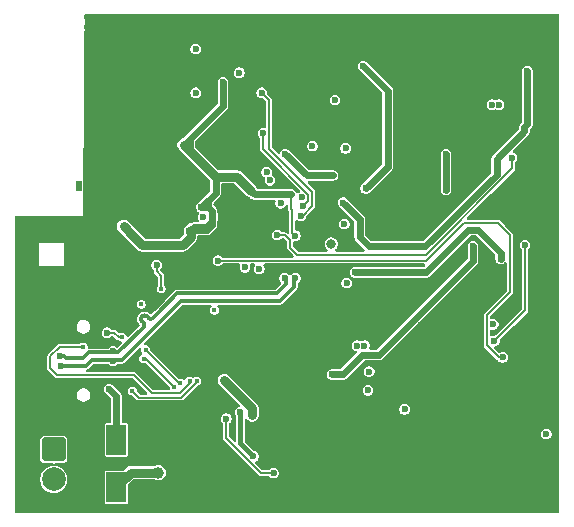
<source format=gbr>
%TF.GenerationSoftware,KiCad,Pcbnew,9.0.3*%
%TF.CreationDate,2025-12-31T13:04:55+01:00*%
%TF.ProjectId,Lars-10W-RGBW-V1,4c617273-2d31-4305-972d-524742572d56,rev?*%
%TF.SameCoordinates,Original*%
%TF.FileFunction,Copper,L4,Bot*%
%TF.FilePolarity,Positive*%
%FSLAX46Y46*%
G04 Gerber Fmt 4.6, Leading zero omitted, Abs format (unit mm)*
G04 Created by KiCad (PCBNEW 9.0.3) date 2025-12-31 13:04:55*
%MOMM*%
%LPD*%
G01*
G04 APERTURE LIST*
G04 Aperture macros list*
%AMRoundRect*
0 Rectangle with rounded corners*
0 $1 Rounding radius*
0 $2 $3 $4 $5 $6 $7 $8 $9 X,Y pos of 4 corners*
0 Add a 4 corners polygon primitive as box body*
4,1,4,$2,$3,$4,$5,$6,$7,$8,$9,$2,$3,0*
0 Add four circle primitives for the rounded corners*
1,1,$1+$1,$2,$3*
1,1,$1+$1,$4,$5*
1,1,$1+$1,$6,$7*
1,1,$1+$1,$8,$9*
0 Add four rect primitives between the rounded corners*
20,1,$1+$1,$2,$3,$4,$5,0*
20,1,$1+$1,$4,$5,$6,$7,0*
20,1,$1+$1,$6,$7,$8,$9,0*
20,1,$1+$1,$8,$9,$2,$3,0*%
G04 Aperture macros list end*
%TA.AperFunction,ComponentPad*%
%ADD10RoundRect,0.250000X-0.750000X0.750000X-0.750000X-0.750000X0.750000X-0.750000X0.750000X0.750000X0*%
%TD*%
%TA.AperFunction,ComponentPad*%
%ADD11C,2.000000*%
%TD*%
%TA.AperFunction,HeatsinkPad*%
%ADD12C,0.500000*%
%TD*%
%TA.AperFunction,HeatsinkPad*%
%ADD13R,2.500000X2.500000*%
%TD*%
%TA.AperFunction,HeatsinkPad*%
%ADD14R,0.500000X1.600000*%
%TD*%
%TA.AperFunction,ComponentPad*%
%ADD15R,0.500000X0.900000*%
%TD*%
%TA.AperFunction,HeatsinkPad*%
%ADD16R,1.650000X1.650000*%
%TD*%
%TA.AperFunction,HeatsinkPad*%
%ADD17O,2.100000X1.000000*%
%TD*%
%TA.AperFunction,HeatsinkPad*%
%ADD18O,1.800000X1.000000*%
%TD*%
%TA.AperFunction,SMDPad,CuDef*%
%ADD19R,1.700000X2.500000*%
%TD*%
%TA.AperFunction,ViaPad*%
%ADD20C,0.600000*%
%TD*%
%TA.AperFunction,ViaPad*%
%ADD21C,0.450000*%
%TD*%
%TA.AperFunction,ViaPad*%
%ADD22C,0.800000*%
%TD*%
%TA.AperFunction,ViaPad*%
%ADD23C,1.000000*%
%TD*%
%TA.AperFunction,Conductor*%
%ADD24C,0.200000*%
%TD*%
%TA.AperFunction,Conductor*%
%ADD25C,0.600000*%
%TD*%
%TA.AperFunction,Conductor*%
%ADD26C,0.400000*%
%TD*%
%TA.AperFunction,Conductor*%
%ADD27C,0.800000*%
%TD*%
%TA.AperFunction,Conductor*%
%ADD28C,0.334300*%
%TD*%
G04 APERTURE END LIST*
D10*
%TO.P,J601,1,Pin_1*%
%TO.N,Net-(J601-Pin_1)*%
X108900000Y-75900000D03*
D11*
%TO.P,J601,2,Pin_2*%
%TO.N,Net-(J601-Pin_2)*%
X108900000Y-78440000D03*
%TD*%
D12*
%TO.P,U101,33,GND*%
%TO.N,GND*%
X123680000Y-55420000D03*
X123680000Y-56420000D03*
X123680000Y-57420000D03*
X124680000Y-55420000D03*
X124680000Y-56420000D03*
D13*
X124680000Y-56420000D03*
D12*
X124680000Y-57420000D03*
X125680000Y-55420000D03*
X125680000Y-56420000D03*
X125680000Y-57420000D03*
%TD*%
%TO.P,U302,7,EP*%
%TO.N,GND*%
X133100000Y-68400000D03*
D14*
X133100000Y-67850000D03*
D12*
X133100000Y-67300000D03*
%TD*%
%TO.P,U402,7,EP*%
%TO.N,GND*%
X144500000Y-66450000D03*
D14*
X144500000Y-65900000D03*
D12*
X144500000Y-65350000D03*
%TD*%
D15*
%TO.P,AE101,2,Shield*%
%TO.N,GND*%
X111000000Y-53600000D03*
%TD*%
D12*
%TO.P,U202,7,EP*%
%TO.N,GND*%
X130605000Y-47605000D03*
D14*
X130605000Y-47055000D03*
D12*
X130605000Y-46505000D03*
%TD*%
%TO.P,U1,21,GND*%
%TO.N,GND*%
X118625000Y-67225000D03*
X118625000Y-68375000D03*
D16*
X119200000Y-67800000D03*
D12*
X119775000Y-67225000D03*
X119775000Y-68375000D03*
%TD*%
%TO.P,U502,7,EP*%
%TO.N,GND*%
X144500000Y-48000000D03*
D14*
X144500000Y-47450000D03*
D12*
X144500000Y-46900000D03*
%TD*%
D17*
%TO.P,J1,S1,SHIELD*%
%TO.N,GND*%
X111905000Y-64080000D03*
D18*
X107725000Y-64080000D03*
D17*
X111905000Y-72720000D03*
D18*
X107725000Y-72720000D03*
%TD*%
D19*
%TO.P,D1,1,K*%
%TO.N,/Vbus*%
X114200000Y-79100000D03*
%TO.P,D1,2,A*%
%TO.N,Net-(D1-A)*%
X114200000Y-75100000D03*
%TD*%
D20*
%TO.N,GND*%
X117800000Y-59450000D03*
D21*
X111900000Y-56400000D03*
D20*
X121200000Y-75000000D03*
X115500000Y-61400000D03*
X146200000Y-71100000D03*
X126700000Y-64000000D03*
D21*
X113167951Y-56321547D03*
D20*
X120900000Y-53000000D03*
X137600000Y-56300000D03*
D21*
X106800000Y-56300000D03*
D20*
X141200000Y-54300000D03*
X120300000Y-76700000D03*
X140500000Y-53500000D03*
D21*
X113500000Y-71800000D03*
X115500000Y-72600000D03*
D20*
X147500000Y-69600000D03*
X138400000Y-54800000D03*
X138000000Y-62000000D03*
D21*
X112100000Y-55700000D03*
X107200000Y-60100000D03*
D20*
X151100000Y-80000000D03*
D21*
X113500000Y-52800000D03*
D20*
X139200000Y-56100000D03*
X136900000Y-55800000D03*
X135000000Y-40100000D03*
X117800000Y-81000000D03*
X149300000Y-42500000D03*
X118700000Y-46700000D03*
D21*
X122900000Y-71600000D03*
D20*
X113300000Y-46400000D03*
X138400000Y-55700000D03*
D21*
X111600000Y-43300000D03*
D20*
X141100000Y-55100000D03*
X117700000Y-56400000D03*
D21*
X114700000Y-52400000D03*
X113400000Y-72700000D03*
D20*
X118000000Y-76500000D03*
X149900000Y-67500000D03*
X145400000Y-71700000D03*
X132800000Y-80600000D03*
X139400000Y-66000000D03*
X150700000Y-70000000D03*
D21*
X115797103Y-65243662D03*
X115470201Y-71721779D03*
D20*
X121200000Y-76000000D03*
D21*
X111600000Y-49700000D03*
D20*
X122300000Y-62000000D03*
D21*
X111600000Y-48900000D03*
D20*
X140700000Y-69200000D03*
D21*
X116000000Y-53900000D03*
X111600000Y-44900000D03*
D20*
X120800000Y-66100000D03*
X133900000Y-40300000D03*
D21*
X117800000Y-50900000D03*
X115100000Y-53400000D03*
X107500000Y-61500000D03*
X111600000Y-41700000D03*
D20*
X138900000Y-69500000D03*
X137000000Y-57200000D03*
X136500000Y-56400000D03*
X134200000Y-79600000D03*
X123300000Y-77700000D03*
X138200000Y-48000000D03*
X134600000Y-77100000D03*
X151100000Y-57000000D03*
X141600000Y-68900000D03*
X140700000Y-68200000D03*
D21*
X111600000Y-50500000D03*
D20*
X124400000Y-47900000D03*
D21*
X111600000Y-45700000D03*
D20*
X138000000Y-63000000D03*
D21*
X113100000Y-56800000D03*
D20*
X129300000Y-79600000D03*
X138900000Y-47200000D03*
X149800000Y-81000000D03*
D21*
X113400000Y-54600000D03*
X110300000Y-60500000D03*
D20*
X144300000Y-42900000D03*
D21*
X110300000Y-61000000D03*
X122200000Y-65000000D03*
X110200000Y-61600000D03*
D20*
X133100000Y-48300000D03*
X143800000Y-70600000D03*
X144300000Y-77000000D03*
D21*
X117100000Y-62900000D03*
X112600000Y-74000000D03*
D20*
X120600000Y-53700000D03*
D21*
X110500000Y-58200000D03*
X112900000Y-59000000D03*
X127300000Y-70500000D03*
D20*
X118000000Y-52000000D03*
X139300000Y-50600000D03*
X135200000Y-75800000D03*
D21*
X116300000Y-55300000D03*
D20*
X112500000Y-41300000D03*
D21*
X110000000Y-57100000D03*
X111600000Y-47300000D03*
D20*
X140900000Y-49500000D03*
X136405000Y-48705000D03*
D21*
X117097702Y-70097702D03*
D20*
X130800000Y-48900000D03*
D21*
X110000000Y-56300000D03*
D20*
X137600000Y-55200000D03*
X139200000Y-57100000D03*
D21*
X108400000Y-57000000D03*
D20*
X130700000Y-45200000D03*
X151400000Y-69400000D03*
D21*
X111600000Y-48100000D03*
D20*
X132500000Y-55000000D03*
D21*
X111600000Y-42500000D03*
D20*
X119100000Y-76600000D03*
D21*
X113000000Y-58500000D03*
X110900000Y-56300000D03*
D20*
X137400000Y-43900000D03*
X148300000Y-40200000D03*
D21*
X108200000Y-61700000D03*
D20*
X149500000Y-60700000D03*
D21*
X115800000Y-55300000D03*
D20*
X139700000Y-49400000D03*
D21*
X113874999Y-62928749D03*
D20*
X142300000Y-80500000D03*
X121500000Y-53700000D03*
X144600000Y-71100000D03*
X139900000Y-50600000D03*
X121600000Y-61800000D03*
D21*
X116800000Y-55300000D03*
X107200000Y-58700000D03*
D20*
X141800000Y-55700000D03*
X135700000Y-54800000D03*
D21*
X130600000Y-71400000D03*
X112200000Y-50900000D03*
X109200000Y-56300000D03*
X129700000Y-70300000D03*
D20*
X112100000Y-45200000D03*
X136500000Y-53800000D03*
D21*
X109700000Y-61800000D03*
D20*
X135400000Y-79200000D03*
D21*
X107300000Y-57600000D03*
D20*
X145500000Y-76500000D03*
D21*
X111600000Y-46500000D03*
D20*
X140000000Y-46200000D03*
D21*
X107800000Y-57000000D03*
X113900000Y-55700000D03*
D20*
X140400000Y-54300000D03*
D21*
X111600000Y-40900000D03*
D20*
X116800000Y-57400000D03*
X135700000Y-77200000D03*
X139300000Y-54000000D03*
X119500000Y-55500000D03*
X127000000Y-80300000D03*
X141800000Y-63900000D03*
X118200000Y-48600000D03*
X138400000Y-56700000D03*
X131600000Y-55000000D03*
X135600000Y-49000000D03*
D21*
X111200000Y-60100000D03*
D20*
X138400000Y-50600000D03*
D21*
X113100000Y-57900000D03*
X110800000Y-60400000D03*
X111600000Y-39300000D03*
D20*
X144100000Y-50200000D03*
D21*
X112500000Y-55200000D03*
X111600000Y-44100000D03*
D20*
X150800000Y-64100000D03*
D21*
X113100000Y-57300000D03*
D20*
X117500000Y-73100000D03*
X150600000Y-62400000D03*
X139000000Y-80400000D03*
X119300000Y-56400000D03*
D21*
X113500000Y-56000000D03*
X108400000Y-56300000D03*
D20*
X140000000Y-48200000D03*
X118900000Y-53700000D03*
X121400000Y-77100000D03*
X137600000Y-54100000D03*
D21*
X115439705Y-73888114D03*
D20*
X139200000Y-55200000D03*
X144000000Y-49100000D03*
X137800000Y-57700000D03*
X113000000Y-80700000D03*
D21*
X115300000Y-55500000D03*
X109300000Y-57000000D03*
D20*
X112600000Y-39800000D03*
D21*
X127100000Y-69000000D03*
D20*
X143800000Y-71700000D03*
X147000000Y-40300000D03*
X144400000Y-80200000D03*
D21*
X113800000Y-53800000D03*
X107200000Y-59500000D03*
X111600000Y-55100000D03*
X107200000Y-58100000D03*
X114900000Y-55800000D03*
X111900000Y-57800000D03*
D20*
X112800000Y-43400000D03*
X150700000Y-44800000D03*
X124300000Y-77700000D03*
X131400000Y-56800000D03*
X150200000Y-59100000D03*
X126100000Y-61900000D03*
X123700000Y-78400000D03*
D21*
X111600000Y-56000000D03*
X131200000Y-75600000D03*
D20*
X144700000Y-44100000D03*
X122300000Y-77700000D03*
X123983591Y-45516409D03*
X140900000Y-50600000D03*
D21*
X117000000Y-64100000D03*
D20*
X145100000Y-67900000D03*
D21*
X115300000Y-73200000D03*
D20*
X131200000Y-76400000D03*
X123900000Y-61100000D03*
D21*
X111600000Y-53100000D03*
D20*
X140200000Y-55800000D03*
X139980331Y-65380331D03*
X135500000Y-41100000D03*
D21*
X112600000Y-52300000D03*
D20*
X135500000Y-42100000D03*
D21*
X114400000Y-55900000D03*
D20*
X150300000Y-49100000D03*
X129900000Y-49600000D03*
X151300000Y-63200000D03*
X136300000Y-57800000D03*
D21*
X118100000Y-51300000D03*
D20*
X142600000Y-54900000D03*
D21*
X128175840Y-58692654D03*
X130700000Y-75800000D03*
D20*
X118085873Y-72456878D03*
D21*
X123100000Y-66400000D03*
D20*
X124200000Y-49900000D03*
D21*
X111600000Y-40100000D03*
D20*
X143400000Y-80400000D03*
D21*
X130200000Y-74400000D03*
X115497439Y-74927327D03*
X107200000Y-61000000D03*
D20*
X132800000Y-40200000D03*
X140900000Y-56600000D03*
X118000000Y-47500000D03*
X138800000Y-49500000D03*
D21*
X116900000Y-53900000D03*
D20*
X113400000Y-42200000D03*
X150800000Y-45700000D03*
X132400000Y-56800000D03*
D21*
X111600000Y-52100000D03*
X106000000Y-56300000D03*
X126400000Y-68200000D03*
D20*
X139800000Y-47300000D03*
X142900000Y-65900000D03*
D21*
X113300000Y-51200000D03*
X123400000Y-71500000D03*
D20*
X122000000Y-69900000D03*
X126900000Y-79000000D03*
X118600000Y-56400000D03*
X144700000Y-69700000D03*
D21*
X120500000Y-56400000D03*
D20*
X140200000Y-57200000D03*
D21*
X114100000Y-51700000D03*
D20*
X125669669Y-65330331D03*
X137100000Y-76700000D03*
X145400000Y-70600000D03*
D21*
X111500000Y-58600000D03*
D20*
X119800000Y-53700000D03*
X130700000Y-43400000D03*
X136700000Y-54800000D03*
D21*
X121600000Y-65800000D03*
D20*
X118600000Y-55500000D03*
D21*
X116300000Y-62900000D03*
X126600000Y-69900000D03*
D20*
X149500000Y-41700000D03*
X132100000Y-75600000D03*
D21*
X111700000Y-59900000D03*
D20*
X117200000Y-79100000D03*
X140400000Y-69900000D03*
X123800000Y-63934300D03*
X143800000Y-76000000D03*
X138900000Y-46200000D03*
X117000000Y-80300000D03*
D21*
X111900000Y-57100000D03*
X107600000Y-56300000D03*
D20*
X124500000Y-78500000D03*
X130600000Y-58100000D03*
D21*
X120300000Y-71800000D03*
X109000000Y-61800000D03*
X112600000Y-59400000D03*
X117100000Y-69400000D03*
X110400000Y-57500000D03*
D20*
X129700000Y-63200000D03*
D21*
X112200000Y-59700000D03*
D20*
X127500000Y-64200000D03*
D21*
X111600000Y-54100000D03*
X121400000Y-64200000D03*
D20*
%TO.N,/ESP_CHIP_PU*%
X121560402Y-56210114D03*
X120900000Y-45700000D03*
%TO.N,/GPIO8*%
X120900000Y-42000000D03*
X125080000Y-60480000D03*
%TO.N,+3V3*%
X150600000Y-74600000D03*
X124400000Y-52800000D03*
X122600000Y-52800000D03*
X120380000Y-57400000D03*
X129342873Y-57800000D03*
X114800000Y-57000000D03*
X123210000Y-44800000D03*
X129000000Y-54300000D03*
X121400000Y-55400000D03*
%TO.N,/LedDriverRed/LED+*%
X135100000Y-43455000D03*
X135300000Y-53800000D03*
%TO.N,+5V*%
X138600000Y-72500000D03*
X135200000Y-67100000D03*
X117600000Y-60300000D03*
X146000000Y-46700000D03*
X146100000Y-65300000D03*
X146600000Y-46700000D03*
X134600000Y-67100000D03*
X132705000Y-46305000D03*
D21*
X118000000Y-62301000D03*
D20*
%TO.N,/LedDriverGreen/LED+*%
X133700000Y-61800000D03*
D22*
X132400000Y-58500000D03*
D20*
%TO.N,/LedDriverBlue/LED+*%
X134400000Y-60900000D03*
X133500000Y-56800000D03*
X146727080Y-59734883D03*
%TO.N,/LedDriverWhite/LED+*%
X149000000Y-43850000D03*
X133400000Y-55000000D03*
D21*
%TO.N,/Vbus*%
X122500000Y-64100000D03*
X116300000Y-63600000D03*
D23*
X117750000Y-77850000D03*
D20*
X125700000Y-73000000D03*
X123350000Y-70050000D03*
%TO.N,Net-(U602-BS)*%
X124673959Y-72750000D03*
X125800000Y-76472125D03*
%TO.N,Net-(D1-A)*%
X113400000Y-66000000D03*
X113600000Y-70800000D03*
D21*
X114700000Y-66400000D03*
D20*
%TO.N,/LedDriverWhite/LED-*%
X142100000Y-50900000D03*
X142100000Y-53900000D03*
%TO.N,/LedDriverRed/LED-*%
X128500000Y-50900000D03*
X132500000Y-52700000D03*
%TO.N,/LedDriverGreen/LED-*%
X144400000Y-58700000D03*
X132449293Y-69550707D03*
D21*
%TO.N,Net-(J1-CC1)*%
X111400000Y-67200000D03*
X120400000Y-70100000D03*
D20*
%TO.N,/USB_D-*%
X113900000Y-67600000D03*
X128450000Y-61400000D03*
X109400000Y-68000000D03*
D21*
%TO.N,Net-(J1-CC2)*%
X115550000Y-70950000D03*
X121000000Y-70100000D03*
D20*
%TO.N,/USB_D+*%
X129350000Y-61400000D03*
X109475741Y-68800000D03*
X113900000Y-68400000D03*
%TO.N,/GPIO9*%
X126300000Y-60600000D03*
X124600000Y-44000000D03*
%TO.N,/ENR*%
X133600000Y-50400000D03*
X129893934Y-54557535D03*
%TO.N,/ENG*%
X128100000Y-55050000D03*
X135600000Y-69300000D03*
%TO.N,/ENB*%
X146900000Y-68100000D03*
X122800000Y-59900000D03*
%TO.N,/ENW*%
X127830000Y-57743486D03*
X147700000Y-51200000D03*
%TO.N,Net-(U602-FB)*%
X127500000Y-77900000D03*
X123500000Y-73294098D03*
%TO.N,Net-(U101-UORXD)*%
X126600000Y-49100000D03*
X130000000Y-55300000D03*
%TO.N,Net-(U101-UOTXD)*%
X129799071Y-56098199D03*
X126500000Y-45700000D03*
%TO.N,/PWMR*%
X130800000Y-50200000D03*
X127200000Y-53100000D03*
%TO.N,/PWMG*%
X126921488Y-52401000D03*
X135500000Y-70900000D03*
%TO.N,/PWMB*%
X146200000Y-66700000D03*
X148800000Y-58600000D03*
D21*
%TO.N,Net-(U1-DN)*%
X119600000Y-70264252D03*
X116664124Y-67435876D03*
%TO.N,Net-(U1-DP)*%
X116500000Y-68200000D03*
X119100000Y-70600000D03*
%TD*%
D24*
%TO.N,Net-(J1-CC2)*%
X116100000Y-71500000D02*
X119700000Y-71500000D01*
X121000000Y-70200000D02*
X121000000Y-70100000D01*
X115550000Y-70950000D02*
X116100000Y-71500000D01*
X119700000Y-71500000D02*
X121000000Y-70200000D01*
D25*
%TO.N,+3V3*%
X121896592Y-57303408D02*
X120500000Y-57303408D01*
X122300000Y-56900000D02*
X121896592Y-57303408D01*
X122300000Y-56500000D02*
X122300000Y-56900000D01*
X122311402Y-55899039D02*
X122311402Y-56500000D01*
X122300000Y-55887637D02*
X122311402Y-55899039D01*
X122300000Y-55742438D02*
X122300000Y-55887637D01*
X121957562Y-55400000D02*
X122300000Y-55742438D01*
X121400000Y-55400000D02*
X121957562Y-55400000D01*
X120403408Y-57400000D02*
X120500000Y-57303408D01*
X120380000Y-57400000D02*
X120403408Y-57400000D01*
D26*
X122300000Y-55742438D02*
X122128781Y-55571219D01*
X122300000Y-56500000D02*
X122300000Y-55742438D01*
X120791355Y-56988645D02*
X121811355Y-56988645D01*
X120380000Y-57400000D02*
X120791355Y-56988645D01*
X121811355Y-56988645D02*
X122300000Y-56500000D01*
D24*
%TO.N,Net-(U1-DP)*%
X116700000Y-68200000D02*
X119100000Y-70600000D01*
X116500000Y-68200000D02*
X116700000Y-68200000D01*
%TO.N,Net-(U1-DN)*%
X116664124Y-67464124D02*
X119464252Y-70264252D01*
X119464252Y-70264252D02*
X119600000Y-70264252D01*
X116664124Y-67435876D02*
X116664124Y-67464124D01*
%TO.N,/ENW*%
X129486514Y-59400000D02*
X140400000Y-59400000D01*
X140400000Y-59400000D02*
X147700000Y-52100000D01*
X128900000Y-58813486D02*
X129486514Y-59400000D01*
X147700000Y-52100000D02*
X147700000Y-51200000D01*
X128900000Y-58200000D02*
X128900000Y-58813486D01*
X128443486Y-57743486D02*
X128900000Y-58200000D01*
X127830000Y-57743486D02*
X128443486Y-57743486D01*
%TO.N,/ENB*%
X140400000Y-59900000D02*
X122800000Y-59900000D01*
X143600000Y-56700000D02*
X140400000Y-59900000D01*
X146500000Y-56700000D02*
X143600000Y-56700000D01*
X147500000Y-62600000D02*
X147500000Y-57700000D01*
X147500000Y-57700000D02*
X146500000Y-56700000D01*
X145549000Y-64551000D02*
X147500000Y-62600000D01*
X146600000Y-68100000D02*
X145549000Y-67049000D01*
X146900000Y-68100000D02*
X146600000Y-68100000D01*
X145549000Y-67049000D02*
X145549000Y-64551000D01*
D27*
%TO.N,+3V3*%
X125600000Y-54000000D02*
X124400000Y-52800000D01*
X115550000Y-57750000D02*
X116400000Y-58600000D01*
X119900000Y-50100000D02*
X120400000Y-50600000D01*
D24*
X129000000Y-55550000D02*
X129000000Y-54300000D01*
D25*
X122600000Y-54200000D02*
X122050000Y-54750000D01*
D27*
X120500000Y-57700000D02*
X120500000Y-57303408D01*
D25*
X120400000Y-49600000D02*
X120400000Y-50600000D01*
D26*
X122128781Y-55571219D02*
X122050000Y-55492438D01*
D25*
X120400000Y-49600000D02*
X119900000Y-50100000D01*
X129000000Y-54300000D02*
X125900000Y-54300000D01*
D26*
X122050000Y-55492438D02*
X122050000Y-54750000D01*
D24*
X129342873Y-57800000D02*
X129100000Y-57557127D01*
D27*
X119800000Y-58600000D02*
X120500000Y-57900000D01*
X116400000Y-58600000D02*
X119800000Y-58600000D01*
D26*
X121957562Y-55400000D02*
X122128781Y-55571219D01*
D24*
X129100000Y-55650000D02*
X129000000Y-55550000D01*
D27*
X114800000Y-57000000D02*
X115550000Y-57750000D01*
D25*
X122600000Y-52800000D02*
X122600000Y-54200000D01*
D24*
X129100000Y-57557127D02*
X129100000Y-55650000D01*
D27*
X120500000Y-57900000D02*
X120500000Y-57700000D01*
D25*
X125900000Y-54300000D02*
X125600000Y-54000000D01*
D27*
X122600000Y-52800000D02*
X124400000Y-52800000D01*
D25*
X122050000Y-54750000D02*
X121400000Y-55400000D01*
D27*
X120400000Y-50600000D02*
X122600000Y-52800000D01*
D25*
X123210000Y-46790000D02*
X120400000Y-49600000D01*
X123210000Y-44800000D02*
X123210000Y-46790000D01*
%TO.N,/LedDriverRed/LED+*%
X135300000Y-53800000D02*
X137156000Y-51944000D01*
X137156000Y-51944000D02*
X137156000Y-45511000D01*
X137156000Y-45511000D02*
X135100000Y-43455000D01*
D24*
%TO.N,+5V*%
X117988909Y-62301000D02*
X117988909Y-61188909D01*
X117988909Y-61188909D02*
X117600000Y-60800000D01*
X117600000Y-60800000D02*
X117600000Y-60300000D01*
D25*
%TO.N,/LedDriverBlue/LED+*%
X146727080Y-59227080D02*
X146727080Y-59734883D01*
X140100000Y-60900000D02*
X134400000Y-60900000D01*
X144000000Y-57300000D02*
X144800000Y-57300000D01*
X140100000Y-60900000D02*
X140400000Y-60900000D01*
X144800000Y-57300000D02*
X146727080Y-59227080D01*
X140400000Y-60900000D02*
X144000000Y-57300000D01*
%TO.N,/LedDriverWhite/LED+*%
X148749000Y-48951000D02*
X148749000Y-48588925D01*
X140320768Y-58700000D02*
X146400000Y-52620768D01*
X149000000Y-48337925D02*
X149000000Y-43850000D01*
X146400000Y-51300000D02*
X148749000Y-48951000D01*
X146400000Y-52620768D02*
X146400000Y-51300000D01*
X134800000Y-56400000D02*
X134800000Y-57900000D01*
X134800000Y-57900000D02*
X135600000Y-58700000D01*
X133400000Y-55000000D02*
X134800000Y-56400000D01*
X148749000Y-48588925D02*
X149000000Y-48337925D01*
X135600000Y-58700000D02*
X140320768Y-58700000D01*
D27*
%TO.N,/Vbus*%
X125700000Y-72400000D02*
X125700000Y-73000000D01*
X117750000Y-77850000D02*
X115450000Y-77850000D01*
X123350000Y-70050000D02*
X125700000Y-72400000D01*
X115450000Y-77850000D02*
X114200000Y-79100000D01*
D26*
%TO.N,Net-(U602-BS)*%
X124673959Y-72750000D02*
X124700000Y-72723959D01*
X124700000Y-75372125D02*
X125800000Y-76472125D01*
X124700000Y-72723959D02*
X124700000Y-75372125D01*
D24*
%TO.N,Net-(D1-A)*%
X114700000Y-66400000D02*
X114400000Y-66400000D01*
D25*
X114200000Y-71400000D02*
X113600000Y-70800000D01*
X114200000Y-75100000D02*
X114200000Y-71400000D01*
D24*
X114400000Y-66400000D02*
X114000000Y-66000000D01*
X114000000Y-66000000D02*
X113400000Y-66000000D01*
D25*
%TO.N,/LedDriverWhite/LED-*%
X142100000Y-53900000D02*
X142100000Y-50900000D01*
%TO.N,/LedDriverRed/LED-*%
X132500000Y-52700000D02*
X130300000Y-52700000D01*
X130300000Y-52700000D02*
X128500000Y-50900000D01*
%TO.N,/LedDriverGreen/LED-*%
X144400000Y-59900000D02*
X136400000Y-67900000D01*
X136400000Y-67900000D02*
X135002000Y-67900000D01*
X144400000Y-58700000D02*
X144400000Y-59900000D01*
X133351293Y-69550707D02*
X132449293Y-69550707D01*
X135002000Y-67900000D02*
X133351293Y-69550707D01*
D24*
%TO.N,Net-(J1-CC1)*%
X120400000Y-70303612D02*
X119554612Y-71149000D01*
X120400000Y-70100000D02*
X120400000Y-70303612D01*
X108600000Y-68020768D02*
X109420768Y-67200000D01*
X108600000Y-69000000D02*
X108600000Y-68020768D01*
X119554612Y-71149000D02*
X117249000Y-71149000D01*
X117249000Y-71149000D02*
X115700000Y-69600000D01*
X115700000Y-69600000D02*
X109200000Y-69600000D01*
X109200000Y-69600000D02*
X108600000Y-69000000D01*
X109420768Y-67200000D02*
X111400000Y-67200000D01*
D28*
%TO.N,/USB_D-*%
X109768600Y-68000000D02*
X109934300Y-68165700D01*
X117351826Y-64699657D02*
X117650761Y-64400721D01*
X116503297Y-65208774D02*
X116325462Y-65030939D01*
X109934300Y-68165700D02*
X111385782Y-68165700D01*
X113982850Y-67682850D02*
X114368632Y-67682850D01*
X113900000Y-67600000D02*
X113982850Y-67682850D01*
X116749727Y-64606674D02*
X116927563Y-64784510D01*
X113817150Y-67682850D02*
X113900000Y-67600000D01*
X116325462Y-64691527D02*
X116410315Y-64606675D01*
X109400000Y-68000000D02*
X109768600Y-68000000D01*
X111385782Y-68165700D02*
X111868632Y-67682850D01*
X111868632Y-67682850D02*
X113817150Y-67682850D01*
X117266975Y-64784510D02*
X117351826Y-64699657D01*
X127768632Y-62682850D02*
X128582850Y-61868632D01*
X117650761Y-64400721D02*
X119368632Y-62682850D01*
X128582850Y-61532850D02*
X128450000Y-61400000D01*
X114368632Y-67682850D02*
X116503296Y-65548186D01*
X119368632Y-62682850D02*
X127768632Y-62682850D01*
X128582850Y-61868632D02*
X128582850Y-61532850D01*
X116325462Y-65030939D02*
G75*
G02*
X116325429Y-64691494I169738J169739D01*
G01*
X116410315Y-64606675D02*
G75*
G02*
X116749706Y-64606695I169685J-169725D01*
G01*
X116927563Y-64784510D02*
G75*
G03*
X117266975Y-64784510I169706J169701D01*
G01*
X116503296Y-65548186D02*
G75*
G03*
X116503277Y-65208795I-169696J169686D01*
G01*
%TO.N,/USB_D+*%
X129217150Y-62131368D02*
X129217150Y-61532850D01*
X113817150Y-68317150D02*
X113900000Y-68400000D01*
X109475741Y-68800000D02*
X111648518Y-68800000D01*
X113900000Y-68400000D02*
X113982850Y-68317150D01*
X129217150Y-61532850D02*
X129350000Y-61400000D01*
X119631368Y-63317150D02*
X128031368Y-63317150D01*
X113982850Y-68317150D02*
X114631368Y-68317150D01*
X112131368Y-68317150D02*
X113817150Y-68317150D01*
X111648518Y-68800000D02*
X112131368Y-68317150D01*
X128031368Y-63317150D02*
X129217150Y-62131368D01*
X114631368Y-68317150D02*
X119631368Y-63317150D01*
D24*
%TO.N,Net-(U602-FB)*%
X123500000Y-73294098D02*
X123500000Y-74951357D01*
X126448643Y-77900000D02*
X127500000Y-77900000D01*
X123500000Y-74951357D02*
X126448643Y-77900000D01*
%TO.N,Net-(U101-UORXD)*%
X130444934Y-54329303D02*
X130444934Y-54855066D01*
X130444934Y-54855066D02*
X130000000Y-55300000D01*
X126600000Y-50484369D02*
X130444934Y-54329303D01*
X126600000Y-49100000D02*
X126600000Y-50484369D01*
%TO.N,Net-(U101-UOTXD)*%
X127151000Y-50451000D02*
X127151000Y-46351000D01*
X129981033Y-56098199D02*
X130795934Y-55283298D01*
X130795934Y-54095934D02*
X127151000Y-50451000D01*
X130795934Y-55283298D02*
X130795934Y-54095934D01*
X129799071Y-56098199D02*
X129981033Y-56098199D01*
X127151000Y-46351000D02*
X126500000Y-45700000D01*
%TO.N,/PWMB*%
X148800000Y-58600000D02*
X148800000Y-64100000D01*
X148800000Y-64100000D02*
X146200000Y-66700000D01*
%TD*%
%TA.AperFunction,Conductor*%
%TO.N,GND*%
G36*
X116207958Y-67292299D02*
G01*
X116263891Y-67334171D01*
X116288308Y-67399635D01*
X116288624Y-67408481D01*
X116288624Y-67485311D01*
X116314214Y-67580814D01*
X116361308Y-67662384D01*
X116363651Y-67666441D01*
X116368598Y-67672888D01*
X116367278Y-67673900D01*
X116396153Y-67726780D01*
X116391169Y-67796472D01*
X116349297Y-67852405D01*
X116336988Y-67860524D01*
X116269437Y-67899525D01*
X116199526Y-67969436D01*
X116150091Y-68055059D01*
X116150091Y-68055060D01*
X116150090Y-68055062D01*
X116124500Y-68150565D01*
X116124500Y-68249435D01*
X116150090Y-68344938D01*
X116199525Y-68430562D01*
X116269438Y-68500475D01*
X116355062Y-68549910D01*
X116450565Y-68575500D01*
X116450567Y-68575500D01*
X116549432Y-68575500D01*
X116549435Y-68575500D01*
X116615783Y-68557722D01*
X116685630Y-68559385D01*
X116735555Y-68589816D01*
X118688181Y-70542441D01*
X118721666Y-70603764D01*
X118722049Y-70605592D01*
X118724500Y-70617737D01*
X118724500Y-70649435D01*
X118750090Y-70744938D01*
X118750213Y-70745152D01*
X118751186Y-70749970D01*
X118748492Y-70781053D01*
X118747749Y-70812257D01*
X118745499Y-70815580D01*
X118745153Y-70819579D01*
X118726075Y-70844279D01*
X118708586Y-70870119D01*
X118704897Y-70871698D01*
X118702444Y-70874875D01*
X118673045Y-70885338D01*
X118644358Y-70897623D01*
X118637357Y-70898040D01*
X118636619Y-70898303D01*
X118635871Y-70898128D01*
X118629637Y-70898500D01*
X117404122Y-70898500D01*
X117337083Y-70878815D01*
X117316441Y-70862181D01*
X115841897Y-69387636D01*
X115749829Y-69349500D01*
X115749828Y-69349500D01*
X111766934Y-69349500D01*
X111699895Y-69329815D01*
X111654140Y-69277011D01*
X111644196Y-69207853D01*
X111673221Y-69144297D01*
X111731999Y-69106523D01*
X111734821Y-69105730D01*
X111771127Y-69096003D01*
X111843560Y-69054183D01*
X112226624Y-68671119D01*
X112287947Y-68637634D01*
X112314305Y-68634800D01*
X113446336Y-68634800D01*
X113513375Y-68654485D01*
X113534017Y-68671119D01*
X113539511Y-68676613D01*
X113623387Y-68760489D01*
X113726114Y-68819799D01*
X113840691Y-68850500D01*
X113840694Y-68850500D01*
X113959306Y-68850500D01*
X113959309Y-68850500D01*
X114073886Y-68819799D01*
X114176613Y-68760489D01*
X114260489Y-68676613D01*
X114260489Y-68676612D01*
X114265983Y-68671119D01*
X114327306Y-68637634D01*
X114353664Y-68634800D01*
X114673184Y-68634800D01*
X114673187Y-68634800D01*
X114753977Y-68613153D01*
X114826410Y-68571333D01*
X116076943Y-67320800D01*
X116138266Y-67287315D01*
X116207958Y-67292299D01*
G37*
%TD.AperFunction*%
%TA.AperFunction,Conductor*%
G36*
X151642539Y-39020185D02*
G01*
X151688294Y-39072989D01*
X151699500Y-39124500D01*
X151699500Y-81175500D01*
X151679815Y-81242539D01*
X151627011Y-81288294D01*
X151575500Y-81299500D01*
X105724500Y-81299500D01*
X105657461Y-81279815D01*
X105611706Y-81227011D01*
X105600500Y-81175500D01*
X105600500Y-80364822D01*
X113199499Y-80364822D01*
X113208231Y-80408717D01*
X113208232Y-80408721D01*
X113208233Y-80408722D01*
X113241496Y-80458504D01*
X113291278Y-80491767D01*
X113291281Y-80491767D01*
X113291282Y-80491768D01*
X113335177Y-80500500D01*
X113335180Y-80500500D01*
X115064822Y-80500500D01*
X115108717Y-80491768D01*
X115108717Y-80491767D01*
X115108722Y-80491767D01*
X115158504Y-80458504D01*
X115191767Y-80408722D01*
X115200500Y-80364820D01*
X115200500Y-78929387D01*
X115220185Y-78862348D01*
X115236819Y-78841706D01*
X115641706Y-78436819D01*
X115703029Y-78403334D01*
X115729387Y-78400500D01*
X117365399Y-78400500D01*
X117432438Y-78420185D01*
X117434252Y-78421373D01*
X117441873Y-78426465D01*
X117560256Y-78475501D01*
X117560260Y-78475501D01*
X117560261Y-78475502D01*
X117685928Y-78500500D01*
X117685931Y-78500500D01*
X117814071Y-78500500D01*
X117898615Y-78483682D01*
X117939744Y-78475501D01*
X118058127Y-78426465D01*
X118164669Y-78355276D01*
X118255276Y-78264669D01*
X118326465Y-78158127D01*
X118375501Y-78039744D01*
X118400500Y-77914069D01*
X118400500Y-77785931D01*
X118400500Y-77785928D01*
X118375502Y-77660261D01*
X118375501Y-77660260D01*
X118375501Y-77660256D01*
X118326465Y-77541873D01*
X118326464Y-77541872D01*
X118326461Y-77541866D01*
X118255276Y-77435331D01*
X118255273Y-77435327D01*
X118164672Y-77344726D01*
X118164668Y-77344723D01*
X118058133Y-77273538D01*
X118058124Y-77273533D01*
X117939744Y-77224499D01*
X117939738Y-77224497D01*
X117814071Y-77199500D01*
X117814069Y-77199500D01*
X117685931Y-77199500D01*
X117685929Y-77199500D01*
X117560261Y-77224497D01*
X117560255Y-77224499D01*
X117441876Y-77273533D01*
X117441873Y-77273534D01*
X117441873Y-77273535D01*
X117434287Y-77278603D01*
X117367611Y-77299480D01*
X117365399Y-77299500D01*
X115377525Y-77299500D01*
X115272517Y-77327637D01*
X115237514Y-77337016D01*
X115111986Y-77409489D01*
X115111983Y-77409491D01*
X114858294Y-77663181D01*
X114796971Y-77696666D01*
X114770613Y-77699500D01*
X113335178Y-77699500D01*
X113291282Y-77708231D01*
X113291275Y-77708234D01*
X113241496Y-77741495D01*
X113241495Y-77741496D01*
X113208234Y-77791275D01*
X113208231Y-77791282D01*
X113199500Y-77835177D01*
X113199500Y-77835180D01*
X113199500Y-80364820D01*
X113199500Y-80364822D01*
X113199499Y-80364822D01*
X105600500Y-80364822D01*
X105600500Y-75118475D01*
X107749500Y-75118475D01*
X107749500Y-76681517D01*
X107760147Y-76748737D01*
X107764354Y-76775304D01*
X107821950Y-76888342D01*
X107821952Y-76888344D01*
X107821954Y-76888347D01*
X107911652Y-76978045D01*
X107911654Y-76978046D01*
X107911658Y-76978050D01*
X108024694Y-77035645D01*
X108024698Y-77035647D01*
X108118475Y-77050499D01*
X108118481Y-77050500D01*
X108742873Y-77050499D01*
X108809910Y-77070183D01*
X108855665Y-77122987D01*
X108865609Y-77192146D01*
X108836584Y-77255702D01*
X108777806Y-77293476D01*
X108762270Y-77296972D01*
X108630589Y-77317829D01*
X108458363Y-77373787D01*
X108458360Y-77373788D01*
X108297002Y-77456006D01*
X108150505Y-77562441D01*
X108150500Y-77562445D01*
X108022445Y-77690500D01*
X108022441Y-77690505D01*
X107916006Y-77837002D01*
X107833788Y-77998360D01*
X107833787Y-77998363D01*
X107777829Y-78170589D01*
X107749500Y-78349448D01*
X107749500Y-78530551D01*
X107777829Y-78709410D01*
X107833787Y-78881636D01*
X107833788Y-78881639D01*
X107916006Y-79042997D01*
X108022441Y-79189494D01*
X108022445Y-79189499D01*
X108150500Y-79317554D01*
X108150505Y-79317558D01*
X108278287Y-79410396D01*
X108297006Y-79423996D01*
X108402484Y-79477740D01*
X108458360Y-79506211D01*
X108458363Y-79506212D01*
X108544476Y-79534191D01*
X108630591Y-79562171D01*
X108713429Y-79575291D01*
X108809449Y-79590500D01*
X108809454Y-79590500D01*
X108990551Y-79590500D01*
X109077259Y-79576765D01*
X109169409Y-79562171D01*
X109341639Y-79506211D01*
X109502994Y-79423996D01*
X109649501Y-79317553D01*
X109777553Y-79189501D01*
X109883996Y-79042994D01*
X109966211Y-78881639D01*
X110022171Y-78709409D01*
X110036765Y-78617259D01*
X110050500Y-78530551D01*
X110050500Y-78349448D01*
X110024741Y-78186819D01*
X110022171Y-78170591D01*
X109994191Y-78084476D01*
X109966212Y-77998363D01*
X109966209Y-77998355D01*
X109908646Y-77885384D01*
X109908645Y-77885383D01*
X109885874Y-77840693D01*
X109883996Y-77837006D01*
X109883994Y-77837003D01*
X109883993Y-77837001D01*
X109777558Y-77690505D01*
X109777554Y-77690500D01*
X109649499Y-77562445D01*
X109649494Y-77562441D01*
X109502997Y-77456006D01*
X109502996Y-77456005D01*
X109502994Y-77456004D01*
X109411704Y-77409489D01*
X109341639Y-77373788D01*
X109341636Y-77373787D01*
X109169410Y-77317829D01*
X109037728Y-77296972D01*
X108974594Y-77267042D01*
X108937663Y-77207731D01*
X108938661Y-77137868D01*
X108977271Y-77079636D01*
X109041235Y-77051522D01*
X109057120Y-77050499D01*
X109681518Y-77050499D01*
X109775304Y-77035646D01*
X109888342Y-76978050D01*
X109978050Y-76888342D01*
X110035646Y-76775304D01*
X110035646Y-76775302D01*
X110035647Y-76775301D01*
X110050499Y-76681524D01*
X110050500Y-76681519D01*
X110050499Y-75118482D01*
X110035646Y-75024696D01*
X109978050Y-74911658D01*
X109978046Y-74911654D01*
X109978045Y-74911652D01*
X109888347Y-74821954D01*
X109888344Y-74821952D01*
X109888342Y-74821950D01*
X109811517Y-74782805D01*
X109775301Y-74764352D01*
X109681524Y-74749500D01*
X108118482Y-74749500D01*
X108037519Y-74762323D01*
X108024696Y-74764354D01*
X107911658Y-74821950D01*
X107911657Y-74821951D01*
X107911652Y-74821954D01*
X107821954Y-74911652D01*
X107821951Y-74911657D01*
X107764352Y-75024698D01*
X107749500Y-75118475D01*
X105600500Y-75118475D01*
X105600500Y-71214234D01*
X110829500Y-71214234D01*
X110829500Y-71365765D01*
X110868719Y-71512136D01*
X110890744Y-71550284D01*
X110944485Y-71643365D01*
X111051635Y-71750515D01*
X111182865Y-71826281D01*
X111329234Y-71865500D01*
X111329236Y-71865500D01*
X111480764Y-71865500D01*
X111480766Y-71865500D01*
X111627135Y-71826281D01*
X111758365Y-71750515D01*
X111865515Y-71643365D01*
X111941281Y-71512135D01*
X111980500Y-71365766D01*
X111980500Y-71214234D01*
X111941281Y-71067865D01*
X111865515Y-70936635D01*
X111758365Y-70829485D01*
X111674479Y-70781053D01*
X111627136Y-70753719D01*
X111578515Y-70740691D01*
X113149500Y-70740691D01*
X113149500Y-70859309D01*
X113170220Y-70936635D01*
X113172736Y-70946026D01*
X113172737Y-70946034D01*
X113180199Y-70973883D01*
X113180200Y-70973885D01*
X113180201Y-70973887D01*
X113239511Y-71076614D01*
X113239513Y-71076616D01*
X113713181Y-71550284D01*
X113746666Y-71611607D01*
X113749500Y-71637965D01*
X113749500Y-73575500D01*
X113729815Y-73642539D01*
X113677011Y-73688294D01*
X113625500Y-73699500D01*
X113335178Y-73699500D01*
X113291282Y-73708231D01*
X113291275Y-73708234D01*
X113241496Y-73741495D01*
X113241495Y-73741496D01*
X113208234Y-73791275D01*
X113208231Y-73791282D01*
X113199500Y-73835177D01*
X113199500Y-73835180D01*
X113199500Y-76364820D01*
X113199500Y-76364822D01*
X113199499Y-76364822D01*
X113208231Y-76408717D01*
X113208234Y-76408724D01*
X113210970Y-76412818D01*
X113241496Y-76458504D01*
X113291278Y-76491767D01*
X113291281Y-76491767D01*
X113291282Y-76491768D01*
X113335177Y-76500500D01*
X113335180Y-76500500D01*
X115064822Y-76500500D01*
X115108717Y-76491768D01*
X115108717Y-76491767D01*
X115108722Y-76491767D01*
X115158504Y-76458504D01*
X115191767Y-76408722D01*
X115200500Y-76364820D01*
X115200500Y-73835180D01*
X115200500Y-73835177D01*
X115191768Y-73791282D01*
X115191767Y-73791281D01*
X115191767Y-73791278D01*
X115158504Y-73741496D01*
X115144385Y-73732062D01*
X115108724Y-73708234D01*
X115108717Y-73708231D01*
X115064822Y-73699500D01*
X115064820Y-73699500D01*
X114774500Y-73699500D01*
X114707461Y-73679815D01*
X114661706Y-73627011D01*
X114650500Y-73575500D01*
X114650500Y-71340693D01*
X114650500Y-71340691D01*
X114619799Y-71226114D01*
X114619799Y-71226113D01*
X114560489Y-71123386D01*
X113876614Y-70439511D01*
X113825250Y-70409856D01*
X113773888Y-70380201D01*
X113761780Y-70376957D01*
X113749673Y-70373713D01*
X113749670Y-70373712D01*
X113711478Y-70363478D01*
X113659309Y-70349500D01*
X113540691Y-70349500D01*
X113450325Y-70373713D01*
X113450324Y-70373712D01*
X113426116Y-70380199D01*
X113426113Y-70380200D01*
X113323386Y-70439511D01*
X113323383Y-70439513D01*
X113239513Y-70523383D01*
X113239509Y-70523389D01*
X113180201Y-70626112D01*
X113180200Y-70626117D01*
X113155195Y-70719438D01*
X113149500Y-70740691D01*
X111578515Y-70740691D01*
X111553950Y-70734109D01*
X111480766Y-70714500D01*
X111329234Y-70714500D01*
X111182863Y-70753719D01*
X111051635Y-70829485D01*
X111051632Y-70829487D01*
X110944487Y-70936632D01*
X110944485Y-70936635D01*
X110868719Y-71067863D01*
X110829500Y-71214234D01*
X105600500Y-71214234D01*
X105600500Y-67970938D01*
X108349500Y-67970938D01*
X108349500Y-69049829D01*
X108383084Y-69130908D01*
X108387636Y-69141897D01*
X109058103Y-69812364D01*
X109150172Y-69850500D01*
X109249828Y-69850500D01*
X115544877Y-69850500D01*
X115611916Y-69870185D01*
X115632558Y-69886819D01*
X116288180Y-70542441D01*
X116783559Y-71037819D01*
X116817044Y-71099142D01*
X116812060Y-71168834D01*
X116770188Y-71224767D01*
X116704724Y-71249184D01*
X116695878Y-71249500D01*
X116255123Y-71249500D01*
X116188084Y-71229815D01*
X116167442Y-71213181D01*
X115961819Y-71007558D01*
X115928334Y-70946235D01*
X115925500Y-70919877D01*
X115925500Y-70900567D01*
X115925500Y-70900565D01*
X115899910Y-70805062D01*
X115850475Y-70719438D01*
X115780562Y-70649525D01*
X115694938Y-70600090D01*
X115599435Y-70574500D01*
X115500565Y-70574500D01*
X115405062Y-70600090D01*
X115405060Y-70600091D01*
X115405059Y-70600091D01*
X115319436Y-70649526D01*
X115249526Y-70719436D01*
X115200091Y-70805059D01*
X115200091Y-70805060D01*
X115200090Y-70805062D01*
X115174500Y-70900565D01*
X115174500Y-70999435D01*
X115200090Y-71094938D01*
X115249525Y-71180562D01*
X115319438Y-71250475D01*
X115405062Y-71299910D01*
X115500565Y-71325500D01*
X115519877Y-71325500D01*
X115586916Y-71345185D01*
X115607558Y-71361819D01*
X115958103Y-71712364D01*
X116050172Y-71750500D01*
X116050174Y-71750500D01*
X119749826Y-71750500D01*
X119749828Y-71750500D01*
X119841897Y-71712364D01*
X121065999Y-70488259D01*
X121121584Y-70456167D01*
X121144938Y-70449910D01*
X121230562Y-70400475D01*
X121300475Y-70330562D01*
X121349910Y-70244938D01*
X121375500Y-70149435D01*
X121375500Y-70050565D01*
X121355929Y-69977526D01*
X122799500Y-69977526D01*
X122799500Y-70122474D01*
X122837016Y-70262485D01*
X122904977Y-70380199D01*
X122909489Y-70388013D01*
X122909491Y-70388016D01*
X124625505Y-72104030D01*
X124658990Y-72165353D01*
X124654006Y-72235045D01*
X124612134Y-72290978D01*
X124569920Y-72311485D01*
X124500073Y-72330201D01*
X124500072Y-72330201D01*
X124500070Y-72330202D01*
X124397346Y-72389511D01*
X124397343Y-72389513D01*
X124313472Y-72473384D01*
X124313470Y-72473387D01*
X124254160Y-72576114D01*
X124223459Y-72690691D01*
X124223459Y-72809309D01*
X124254160Y-72923886D01*
X124313470Y-73026613D01*
X124313473Y-73026616D01*
X124318417Y-73033059D01*
X124317318Y-73033901D01*
X124346666Y-73087647D01*
X124349500Y-73114005D01*
X124349500Y-75147234D01*
X124329815Y-75214273D01*
X124277011Y-75260028D01*
X124207853Y-75269972D01*
X124144297Y-75240947D01*
X124137819Y-75234915D01*
X123786819Y-74883915D01*
X123753334Y-74822592D01*
X123750500Y-74796234D01*
X123750500Y-73732062D01*
X123770185Y-73665023D01*
X123786819Y-73644381D01*
X123804189Y-73627011D01*
X123860489Y-73570711D01*
X123919799Y-73467984D01*
X123950500Y-73353407D01*
X123950500Y-73234789D01*
X123919799Y-73120212D01*
X123860489Y-73017485D01*
X123776613Y-72933609D01*
X123673886Y-72874299D01*
X123559309Y-72843598D01*
X123440691Y-72843598D01*
X123326114Y-72874299D01*
X123326112Y-72874299D01*
X123326112Y-72874300D01*
X123223387Y-72933609D01*
X123223384Y-72933611D01*
X123139513Y-73017482D01*
X123139511Y-73017485D01*
X123099003Y-73087647D01*
X123080201Y-73120212D01*
X123049500Y-73234789D01*
X123049500Y-73353407D01*
X123080201Y-73467984D01*
X123139511Y-73570711D01*
X123139513Y-73570713D01*
X123213181Y-73644381D01*
X123246666Y-73705704D01*
X123249500Y-73732062D01*
X123249500Y-75001186D01*
X123287636Y-75093254D01*
X126229208Y-78034825D01*
X126229211Y-78034829D01*
X126236279Y-78041897D01*
X126306746Y-78112364D01*
X126398815Y-78150500D01*
X126498471Y-78150500D01*
X127062036Y-78150500D01*
X127129075Y-78170185D01*
X127149717Y-78186819D01*
X127223387Y-78260489D01*
X127326114Y-78319799D01*
X127440691Y-78350500D01*
X127440694Y-78350500D01*
X127559306Y-78350500D01*
X127559309Y-78350500D01*
X127673886Y-78319799D01*
X127776613Y-78260489D01*
X127860489Y-78176613D01*
X127919799Y-78073886D01*
X127950500Y-77959309D01*
X127950500Y-77840691D01*
X127919799Y-77726114D01*
X127860489Y-77623387D01*
X127776613Y-77539511D01*
X127673886Y-77480201D01*
X127559309Y-77449500D01*
X127440691Y-77449500D01*
X127326114Y-77480201D01*
X127326112Y-77480201D01*
X127326112Y-77480202D01*
X127223387Y-77539511D01*
X127223384Y-77539513D01*
X127149717Y-77613181D01*
X127088394Y-77646666D01*
X127062036Y-77649500D01*
X126603765Y-77649500D01*
X126536726Y-77629815D01*
X126516084Y-77613181D01*
X125974635Y-77071732D01*
X125941150Y-77010409D01*
X125946134Y-76940717D01*
X125988006Y-76884784D01*
X126000309Y-76876667D01*
X126076613Y-76832614D01*
X126160489Y-76748738D01*
X126219799Y-76646011D01*
X126250500Y-76531434D01*
X126250500Y-76412816D01*
X126219799Y-76298239D01*
X126160489Y-76195512D01*
X126076613Y-76111636D01*
X125973886Y-76052326D01*
X125872102Y-76025052D01*
X125816517Y-75992960D01*
X125086819Y-75263262D01*
X125053334Y-75201939D01*
X125050500Y-75175581D01*
X125050500Y-74540691D01*
X150149500Y-74540691D01*
X150149500Y-74659309D01*
X150180201Y-74773886D01*
X150239511Y-74876613D01*
X150323387Y-74960489D01*
X150426114Y-75019799D01*
X150540691Y-75050500D01*
X150540694Y-75050500D01*
X150659306Y-75050500D01*
X150659309Y-75050500D01*
X150773886Y-75019799D01*
X150876613Y-74960489D01*
X150960489Y-74876613D01*
X151019799Y-74773886D01*
X151050500Y-74659309D01*
X151050500Y-74540691D01*
X151019799Y-74426114D01*
X150960489Y-74323387D01*
X150876613Y-74239511D01*
X150773886Y-74180201D01*
X150659309Y-74149500D01*
X150540691Y-74149500D01*
X150426114Y-74180201D01*
X150426112Y-74180201D01*
X150426112Y-74180202D01*
X150323387Y-74239511D01*
X150323384Y-74239513D01*
X150239513Y-74323384D01*
X150239511Y-74323387D01*
X150180201Y-74426114D01*
X150149500Y-74540691D01*
X125050500Y-74540691D01*
X125050500Y-73428386D01*
X125070185Y-73361347D01*
X125122989Y-73315592D01*
X125192147Y-73305648D01*
X125255703Y-73334673D01*
X125262181Y-73340705D01*
X125361985Y-73440509D01*
X125361986Y-73440510D01*
X125361988Y-73440511D01*
X125487511Y-73512982D01*
X125487512Y-73512982D01*
X125487515Y-73512984D01*
X125627525Y-73550500D01*
X125627528Y-73550500D01*
X125772472Y-73550500D01*
X125772475Y-73550500D01*
X125912485Y-73512984D01*
X126038015Y-73440509D01*
X126140509Y-73338015D01*
X126212984Y-73212485D01*
X126250500Y-73072475D01*
X126250500Y-72440691D01*
X138149500Y-72440691D01*
X138149500Y-72559309D01*
X138180201Y-72673886D01*
X138239511Y-72776613D01*
X138323387Y-72860489D01*
X138426114Y-72919799D01*
X138540691Y-72950500D01*
X138540694Y-72950500D01*
X138659306Y-72950500D01*
X138659309Y-72950500D01*
X138773886Y-72919799D01*
X138876613Y-72860489D01*
X138960489Y-72776613D01*
X139019799Y-72673886D01*
X139050500Y-72559309D01*
X139050500Y-72440691D01*
X139019799Y-72326114D01*
X138960489Y-72223387D01*
X138876613Y-72139511D01*
X138773886Y-72080201D01*
X138659309Y-72049500D01*
X138540691Y-72049500D01*
X138426114Y-72080201D01*
X138426112Y-72080201D01*
X138426112Y-72080202D01*
X138323387Y-72139511D01*
X138323384Y-72139513D01*
X138239513Y-72223384D01*
X138239511Y-72223387D01*
X138188647Y-72311486D01*
X138180201Y-72326114D01*
X138149500Y-72440691D01*
X126250500Y-72440691D01*
X126250500Y-72327525D01*
X126212984Y-72187515D01*
X126185269Y-72139511D01*
X126140510Y-72061985D01*
X124919216Y-70840691D01*
X135049500Y-70840691D01*
X135049500Y-70959309D01*
X135080201Y-71073886D01*
X135139511Y-71176613D01*
X135223387Y-71260489D01*
X135326114Y-71319799D01*
X135440691Y-71350500D01*
X135440694Y-71350500D01*
X135559306Y-71350500D01*
X135559309Y-71350500D01*
X135673886Y-71319799D01*
X135776613Y-71260489D01*
X135860489Y-71176613D01*
X135919799Y-71073886D01*
X135950500Y-70959309D01*
X135950500Y-70840691D01*
X135919799Y-70726114D01*
X135860489Y-70623387D01*
X135776613Y-70539511D01*
X135673886Y-70480201D01*
X135559309Y-70449500D01*
X135440691Y-70449500D01*
X135326114Y-70480201D01*
X135326112Y-70480201D01*
X135326112Y-70480202D01*
X135223387Y-70539511D01*
X135223384Y-70539513D01*
X135139513Y-70623384D01*
X135139511Y-70623387D01*
X135084057Y-70719436D01*
X135080201Y-70726114D01*
X135049500Y-70840691D01*
X124919216Y-70840691D01*
X123688015Y-69609490D01*
X123655397Y-69590658D01*
X123655395Y-69590656D01*
X123562491Y-69537019D01*
X123562486Y-69537016D01*
X123527482Y-69527637D01*
X123422474Y-69499500D01*
X123277526Y-69499500D01*
X123172517Y-69527637D01*
X123137514Y-69537016D01*
X123011986Y-69609489D01*
X123011983Y-69609491D01*
X122909491Y-69711983D01*
X122909489Y-69711986D01*
X122837016Y-69837514D01*
X122828589Y-69868963D01*
X122799500Y-69977526D01*
X121355929Y-69977526D01*
X121349910Y-69955062D01*
X121300475Y-69869438D01*
X121230562Y-69799525D01*
X121144938Y-69750090D01*
X121049435Y-69724500D01*
X120950565Y-69724500D01*
X120855062Y-69750090D01*
X120855060Y-69750091D01*
X120855059Y-69750091D01*
X120804593Y-69779228D01*
X120769438Y-69799525D01*
X120769436Y-69799526D01*
X120762400Y-69803589D01*
X120760693Y-69800632D01*
X120710136Y-69820093D01*
X120641712Y-69805954D01*
X120637716Y-69803386D01*
X120637600Y-69803589D01*
X120630563Y-69799526D01*
X120630562Y-69799525D01*
X120544938Y-69750090D01*
X120449435Y-69724500D01*
X120350565Y-69724500D01*
X120255062Y-69750090D01*
X120255060Y-69750091D01*
X120255059Y-69750091D01*
X120169436Y-69799526D01*
X120099526Y-69869436D01*
X120047345Y-69959814D01*
X119996777Y-70008029D01*
X119928170Y-70021250D01*
X119863306Y-69995281D01*
X119852278Y-69985493D01*
X119830563Y-69963778D01*
X119830562Y-69963777D01*
X119744938Y-69914342D01*
X119649435Y-69888752D01*
X119550565Y-69888752D01*
X119550563Y-69888752D01*
X119534888Y-69892952D01*
X119465038Y-69891287D01*
X119415118Y-69860857D01*
X119045659Y-69491398D01*
X131998793Y-69491398D01*
X131998793Y-69610016D01*
X132029494Y-69724593D01*
X132088804Y-69827320D01*
X132172680Y-69911196D01*
X132275407Y-69970506D01*
X132389984Y-70001207D01*
X132389987Y-70001207D01*
X133410601Y-70001207D01*
X133410602Y-70001207D01*
X133481873Y-69982108D01*
X133500959Y-69976995D01*
X133500960Y-69976994D01*
X133500966Y-69976993D01*
X133525180Y-69970506D01*
X133627907Y-69911196D01*
X134298412Y-69240691D01*
X135149500Y-69240691D01*
X135149500Y-69359309D01*
X135180201Y-69473886D01*
X135239511Y-69576613D01*
X135323387Y-69660489D01*
X135426114Y-69719799D01*
X135540691Y-69750500D01*
X135540694Y-69750500D01*
X135659306Y-69750500D01*
X135659309Y-69750500D01*
X135773886Y-69719799D01*
X135876613Y-69660489D01*
X135960489Y-69576613D01*
X136019799Y-69473886D01*
X136050500Y-69359309D01*
X136050500Y-69240691D01*
X136019799Y-69126114D01*
X135960489Y-69023387D01*
X135876613Y-68939511D01*
X135773886Y-68880201D01*
X135659309Y-68849500D01*
X135540691Y-68849500D01*
X135426114Y-68880201D01*
X135426112Y-68880201D01*
X135426112Y-68880202D01*
X135323387Y-68939511D01*
X135323384Y-68939513D01*
X135239513Y-69023384D01*
X135239511Y-69023387D01*
X135195159Y-69100207D01*
X135180201Y-69126114D01*
X135149500Y-69240691D01*
X134298412Y-69240691D01*
X135152284Y-68386819D01*
X135213607Y-68353334D01*
X135239965Y-68350500D01*
X136459308Y-68350500D01*
X136459309Y-68350500D01*
X136549673Y-68326286D01*
X136573887Y-68319799D01*
X136676614Y-68260489D01*
X144760489Y-60176614D01*
X144771052Y-60158318D01*
X144794731Y-60117306D01*
X144819797Y-60073889D01*
X144819799Y-60073886D01*
X144850500Y-59959309D01*
X144850500Y-58640691D01*
X144819799Y-58526114D01*
X144760489Y-58423387D01*
X144676613Y-58339511D01*
X144573886Y-58280201D01*
X144459309Y-58249500D01*
X144340691Y-58249500D01*
X144226114Y-58280201D01*
X144226112Y-58280201D01*
X144226112Y-58280202D01*
X144123387Y-58339511D01*
X144123384Y-58339513D01*
X144039513Y-58423384D01*
X144039511Y-58423387D01*
X143980201Y-58526114D01*
X143949500Y-58640691D01*
X143949500Y-58640693D01*
X143949500Y-59662035D01*
X143929815Y-59729074D01*
X143913181Y-59749716D01*
X136249716Y-67413181D01*
X136188393Y-67446666D01*
X136162035Y-67449500D01*
X135732637Y-67449500D01*
X135665598Y-67429815D01*
X135619843Y-67377011D01*
X135609899Y-67307853D01*
X135618073Y-67278055D01*
X135619796Y-67273893D01*
X135619798Y-67273887D01*
X135619799Y-67273886D01*
X135650500Y-67159309D01*
X135650500Y-67040691D01*
X135619799Y-66926114D01*
X135560489Y-66823387D01*
X135476613Y-66739511D01*
X135373886Y-66680201D01*
X135259309Y-66649500D01*
X135140691Y-66649500D01*
X135035505Y-66677684D01*
X135026110Y-66680202D01*
X134962000Y-66717217D01*
X134894100Y-66733690D01*
X134838000Y-66717217D01*
X134773889Y-66680202D01*
X134773890Y-66680202D01*
X134764494Y-66677684D01*
X134659309Y-66649500D01*
X134540691Y-66649500D01*
X134426114Y-66680201D01*
X134426112Y-66680201D01*
X134426112Y-66680202D01*
X134323387Y-66739511D01*
X134323384Y-66739513D01*
X134239513Y-66823384D01*
X134239511Y-66823387D01*
X134180422Y-66925732D01*
X134180201Y-66926114D01*
X134149500Y-67040691D01*
X134149500Y-67159309D01*
X134180201Y-67273886D01*
X134239511Y-67376613D01*
X134323387Y-67460489D01*
X134426114Y-67519799D01*
X134470233Y-67531620D01*
X134529893Y-67567985D01*
X134560422Y-67630832D01*
X134552127Y-67700208D01*
X134525820Y-67739076D01*
X133201009Y-69063888D01*
X133139686Y-69097373D01*
X133113328Y-69100207D01*
X132389984Y-69100207D01*
X132275407Y-69130908D01*
X132275405Y-69130908D01*
X132275405Y-69130909D01*
X132172680Y-69190218D01*
X132172677Y-69190220D01*
X132088806Y-69274091D01*
X132088804Y-69274094D01*
X132029494Y-69376821D01*
X131998793Y-69491398D01*
X119045659Y-69491398D01*
X117075943Y-67521682D01*
X117042458Y-67460359D01*
X117039624Y-67434001D01*
X117039624Y-67386443D01*
X117039624Y-67386441D01*
X117014034Y-67290938D01*
X116964599Y-67205314D01*
X116894686Y-67135401D01*
X116809062Y-67085966D01*
X116713559Y-67060376D01*
X116636729Y-67060376D01*
X116569690Y-67040691D01*
X116523935Y-66987887D01*
X116513991Y-66918729D01*
X116543016Y-66855173D01*
X116549048Y-66848695D01*
X119726624Y-63671119D01*
X119787947Y-63637634D01*
X119814305Y-63634800D01*
X122134801Y-63634800D01*
X122201840Y-63654485D01*
X122247595Y-63707289D01*
X122257539Y-63776447D01*
X122228514Y-63840003D01*
X122222482Y-63846481D01*
X122199526Y-63869436D01*
X122150091Y-63955059D01*
X122150091Y-63955060D01*
X122150090Y-63955062D01*
X122124500Y-64050565D01*
X122124500Y-64149435D01*
X122150090Y-64244938D01*
X122199525Y-64330562D01*
X122269438Y-64400475D01*
X122355062Y-64449910D01*
X122450565Y-64475500D01*
X122450567Y-64475500D01*
X122549432Y-64475500D01*
X122549435Y-64475500D01*
X122644938Y-64449910D01*
X122730562Y-64400475D01*
X122800475Y-64330562D01*
X122849910Y-64244938D01*
X122875500Y-64149435D01*
X122875500Y-64050565D01*
X122849910Y-63955062D01*
X122800475Y-63869438D01*
X122777518Y-63846481D01*
X122744033Y-63785158D01*
X122749017Y-63715466D01*
X122790889Y-63659533D01*
X122856353Y-63635116D01*
X122865199Y-63634800D01*
X128073184Y-63634800D01*
X128073187Y-63634800D01*
X128153977Y-63613153D01*
X128226410Y-63571333D01*
X129471333Y-62326410D01*
X129513153Y-62253977D01*
X129534800Y-62173187D01*
X129534800Y-62089549D01*
X129534800Y-61885088D01*
X129554485Y-61818049D01*
X129596801Y-61777700D01*
X129626613Y-61760489D01*
X129646411Y-61740691D01*
X133249500Y-61740691D01*
X133249500Y-61859309D01*
X133280201Y-61973886D01*
X133339511Y-62076613D01*
X133423387Y-62160489D01*
X133526114Y-62219799D01*
X133640691Y-62250500D01*
X133640694Y-62250500D01*
X133759306Y-62250500D01*
X133759309Y-62250500D01*
X133873886Y-62219799D01*
X133976613Y-62160489D01*
X134060489Y-62076613D01*
X134119799Y-61973886D01*
X134150500Y-61859309D01*
X134150500Y-61740691D01*
X134119799Y-61626114D01*
X134060489Y-61523387D01*
X133976613Y-61439511D01*
X133873886Y-61380201D01*
X133759309Y-61349500D01*
X133640691Y-61349500D01*
X133526114Y-61380201D01*
X133526112Y-61380201D01*
X133526112Y-61380202D01*
X133423387Y-61439511D01*
X133423384Y-61439513D01*
X133339513Y-61523384D01*
X133339511Y-61523387D01*
X133310355Y-61573887D01*
X133280201Y-61626114D01*
X133249500Y-61740691D01*
X129646411Y-61740691D01*
X129710489Y-61676613D01*
X129769799Y-61573886D01*
X129800500Y-61459309D01*
X129800500Y-61340691D01*
X129769799Y-61226114D01*
X129710489Y-61123387D01*
X129626613Y-61039511D01*
X129523886Y-60980201D01*
X129409309Y-60949500D01*
X129290691Y-60949500D01*
X129176114Y-60980201D01*
X129176112Y-60980201D01*
X129176112Y-60980202D01*
X129073387Y-61039511D01*
X129073384Y-61039513D01*
X128987681Y-61125217D01*
X128926358Y-61158702D01*
X128856666Y-61153718D01*
X128812319Y-61125217D01*
X128726615Y-61039513D01*
X128726613Y-61039511D01*
X128623886Y-60980201D01*
X128509309Y-60949500D01*
X128390691Y-60949500D01*
X128276114Y-60980201D01*
X128276112Y-60980201D01*
X128276112Y-60980202D01*
X128173387Y-61039511D01*
X128173384Y-61039513D01*
X128089513Y-61123384D01*
X128089511Y-61123387D01*
X128058780Y-61176615D01*
X128030201Y-61226114D01*
X127999500Y-61340691D01*
X127999500Y-61459309D01*
X128030201Y-61573886D01*
X128089511Y-61676613D01*
X128089513Y-61676615D01*
X128119896Y-61706998D01*
X128153381Y-61768321D01*
X128148397Y-61838013D01*
X128119896Y-61882360D01*
X127673376Y-62328881D01*
X127612053Y-62362366D01*
X127585695Y-62365200D01*
X119326813Y-62365200D01*
X119246022Y-62386847D01*
X119195962Y-62415750D01*
X119175835Y-62427371D01*
X119174885Y-62427919D01*
X119173589Y-62428667D01*
X118302732Y-63299525D01*
X117455719Y-64146538D01*
X117249822Y-64352434D01*
X117184948Y-64417308D01*
X117177002Y-64421646D01*
X117171579Y-64428892D01*
X117146819Y-64438127D01*
X117123625Y-64450792D01*
X117114596Y-64450146D01*
X117106115Y-64453310D01*
X117080293Y-64447693D01*
X117053933Y-64445808D01*
X117044880Y-64439989D01*
X117037842Y-64438459D01*
X117009587Y-64417308D01*
X116974340Y-64382062D01*
X116939155Y-64346877D01*
X116938822Y-64346585D01*
X116929894Y-64337657D01*
X116929891Y-64337655D01*
X116929889Y-64337653D01*
X116823503Y-64270805D01*
X116823500Y-64270803D01*
X116823496Y-64270801D01*
X116823495Y-64270801D01*
X116704898Y-64229297D01*
X116580034Y-64215222D01*
X116455168Y-64229281D01*
X116455167Y-64229282D01*
X116336566Y-64270770D01*
X116336563Y-64270771D01*
X116230159Y-64337614D01*
X116220086Y-64347685D01*
X116215286Y-64352484D01*
X116215275Y-64352491D01*
X116188854Y-64378911D01*
X116185729Y-64382036D01*
X116158655Y-64409103D01*
X116144074Y-64423680D01*
X116144015Y-64423748D01*
X116142913Y-64424850D01*
X116142798Y-64424949D01*
X116137147Y-64430602D01*
X116137008Y-64430677D01*
X116056355Y-64511357D01*
X116056355Y-64511358D01*
X115989516Y-64617771D01*
X115989513Y-64617777D01*
X115948032Y-64736377D01*
X115948031Y-64736385D01*
X115933975Y-64861254D01*
X115948054Y-64986122D01*
X115989563Y-65104727D01*
X116022181Y-65156635D01*
X116056422Y-65211125D01*
X116071279Y-65225981D01*
X116071282Y-65225984D01*
X116100851Y-65255553D01*
X116136096Y-65290799D01*
X116169581Y-65352123D01*
X116164595Y-65421814D01*
X116136095Y-65466160D01*
X115264601Y-66337654D01*
X115203278Y-66371139D01*
X115133586Y-66366155D01*
X115077653Y-66324283D01*
X115057145Y-66282065D01*
X115055684Y-66276613D01*
X115049910Y-66255062D01*
X115000475Y-66169438D01*
X114930562Y-66099525D01*
X114844938Y-66050090D01*
X114749435Y-66024500D01*
X114650565Y-66024500D01*
X114555062Y-66050090D01*
X114555060Y-66050090D01*
X114555060Y-66050091D01*
X114555053Y-66050093D01*
X114541909Y-66057682D01*
X114474008Y-66074151D01*
X114407983Y-66051296D01*
X114392234Y-66037973D01*
X114141897Y-65787636D01*
X114049829Y-65749500D01*
X114049828Y-65749500D01*
X113837964Y-65749500D01*
X113770925Y-65729815D01*
X113750283Y-65713181D01*
X113676615Y-65639513D01*
X113676613Y-65639511D01*
X113573886Y-65580201D01*
X113459309Y-65549500D01*
X113340691Y-65549500D01*
X113226114Y-65580201D01*
X113226112Y-65580201D01*
X113226112Y-65580202D01*
X113123387Y-65639511D01*
X113123384Y-65639513D01*
X113039513Y-65723384D01*
X113039511Y-65723387D01*
X113024435Y-65749500D01*
X112980201Y-65826114D01*
X112949500Y-65940691D01*
X112949500Y-66059309D01*
X112980201Y-66173886D01*
X113039511Y-66276613D01*
X113123387Y-66360489D01*
X113226114Y-66419799D01*
X113340691Y-66450500D01*
X113340694Y-66450500D01*
X113459306Y-66450500D01*
X113459309Y-66450500D01*
X113573886Y-66419799D01*
X113676613Y-66360489D01*
X113750283Y-66286819D01*
X113777210Y-66272115D01*
X113803029Y-66255523D01*
X113809229Y-66254631D01*
X113811606Y-66253334D01*
X113837964Y-66250500D01*
X113844877Y-66250500D01*
X113911916Y-66270185D01*
X113932558Y-66286819D01*
X114258103Y-66612364D01*
X114350172Y-66650500D01*
X114368101Y-66650500D01*
X114428946Y-66666454D01*
X114443758Y-66674795D01*
X114469438Y-66700475D01*
X114555062Y-66749910D01*
X114597185Y-66761197D01*
X114610818Y-66768874D01*
X114624717Y-66783142D01*
X114641726Y-66793509D01*
X114648598Y-66807656D01*
X114659573Y-66818922D01*
X114663552Y-66838438D01*
X114672256Y-66856356D01*
X114670389Y-66871972D01*
X114673531Y-66887383D01*
X114666326Y-66905953D01*
X114663962Y-66925732D01*
X114651524Y-66944108D01*
X114648260Y-66952522D01*
X114643466Y-66956013D01*
X114637654Y-66964601D01*
X114357360Y-67244896D01*
X114296037Y-67278381D01*
X114226346Y-67273397D01*
X114181998Y-67244896D01*
X114176615Y-67239513D01*
X114176613Y-67239511D01*
X114073886Y-67180201D01*
X113959309Y-67149500D01*
X113840691Y-67149500D01*
X113726114Y-67180201D01*
X113726112Y-67180201D01*
X113726112Y-67180202D01*
X113623387Y-67239511D01*
X113623384Y-67239513D01*
X113534017Y-67328881D01*
X113472694Y-67362366D01*
X113446336Y-67365200D01*
X111899500Y-67365200D01*
X111832461Y-67345515D01*
X111786706Y-67292711D01*
X111775500Y-67241200D01*
X111775500Y-67150567D01*
X111775500Y-67150565D01*
X111749910Y-67055062D01*
X111700475Y-66969438D01*
X111630562Y-66899525D01*
X111544938Y-66850090D01*
X111449435Y-66824500D01*
X111350565Y-66824500D01*
X111255062Y-66850090D01*
X111255060Y-66850091D01*
X111255059Y-66850091D01*
X111169436Y-66899526D01*
X111155782Y-66913181D01*
X111094459Y-66946666D01*
X111068101Y-66949500D01*
X109370938Y-66949500D01*
X109278870Y-66987636D01*
X108387636Y-67878870D01*
X108349500Y-67970938D01*
X105600500Y-67970938D01*
X105600500Y-65434234D01*
X110829500Y-65434234D01*
X110829500Y-65585766D01*
X110843121Y-65636602D01*
X110868719Y-65732136D01*
X110879322Y-65750500D01*
X110944485Y-65863365D01*
X111051635Y-65970515D01*
X111182865Y-66046281D01*
X111329234Y-66085500D01*
X111329236Y-66085500D01*
X111480764Y-66085500D01*
X111480766Y-66085500D01*
X111627135Y-66046281D01*
X111758365Y-65970515D01*
X111865515Y-65863365D01*
X111941281Y-65732135D01*
X111980500Y-65585766D01*
X111980500Y-65434234D01*
X111941281Y-65287865D01*
X111865515Y-65156635D01*
X111758365Y-65049485D01*
X111692750Y-65011602D01*
X111627136Y-64973719D01*
X111553950Y-64954109D01*
X111480766Y-64934500D01*
X111329234Y-64934500D01*
X111182863Y-64973719D01*
X111051635Y-65049485D01*
X111051632Y-65049487D01*
X110944487Y-65156632D01*
X110944485Y-65156635D01*
X110868719Y-65287863D01*
X110849576Y-65359309D01*
X110829500Y-65434234D01*
X105600500Y-65434234D01*
X105600500Y-63550565D01*
X115924500Y-63550565D01*
X115924500Y-63649435D01*
X115950090Y-63744938D01*
X115950091Y-63744939D01*
X115950091Y-63744940D01*
X115963337Y-63767882D01*
X115999525Y-63830562D01*
X116069438Y-63900475D01*
X116155062Y-63949910D01*
X116250565Y-63975500D01*
X116250567Y-63975500D01*
X116349432Y-63975500D01*
X116349435Y-63975500D01*
X116444938Y-63949910D01*
X116530562Y-63900475D01*
X116600475Y-63830562D01*
X116649910Y-63744938D01*
X116675500Y-63649435D01*
X116675500Y-63550565D01*
X116649910Y-63455062D01*
X116600475Y-63369438D01*
X116530562Y-63299525D01*
X116444938Y-63250090D01*
X116349435Y-63224500D01*
X116250565Y-63224500D01*
X116155062Y-63250090D01*
X116155060Y-63250091D01*
X116155059Y-63250091D01*
X116069436Y-63299526D01*
X115999526Y-63369436D01*
X115950091Y-63455059D01*
X115950091Y-63455060D01*
X115950090Y-63455062D01*
X115924500Y-63550565D01*
X105600500Y-63550565D01*
X105600500Y-60350000D01*
X107675000Y-60350000D01*
X109765000Y-60350000D01*
X109765000Y-60240691D01*
X117149500Y-60240691D01*
X117149500Y-60359309D01*
X117180201Y-60473886D01*
X117239511Y-60576613D01*
X117239513Y-60576615D01*
X117313181Y-60650283D01*
X117346666Y-60711606D01*
X117349500Y-60737964D01*
X117349500Y-60849829D01*
X117387636Y-60941897D01*
X117702090Y-61256351D01*
X117735575Y-61317674D01*
X117738409Y-61344032D01*
X117738409Y-61980192D01*
X117718724Y-62047231D01*
X117702090Y-62067873D01*
X117699526Y-62070436D01*
X117650091Y-62156059D01*
X117650091Y-62156060D01*
X117650090Y-62156062D01*
X117624500Y-62251565D01*
X117624500Y-62350435D01*
X117650090Y-62445938D01*
X117699525Y-62531562D01*
X117769438Y-62601475D01*
X117855062Y-62650910D01*
X117950565Y-62676500D01*
X117950567Y-62676500D01*
X118049432Y-62676500D01*
X118049435Y-62676500D01*
X118144938Y-62650910D01*
X118230562Y-62601475D01*
X118300475Y-62531562D01*
X118349910Y-62445938D01*
X118375500Y-62350435D01*
X118375500Y-62251565D01*
X118349910Y-62156062D01*
X118300475Y-62070438D01*
X118275728Y-62045691D01*
X118242243Y-61984368D01*
X118239409Y-61958010D01*
X118239409Y-61139082D01*
X118239408Y-61139079D01*
X118232907Y-61123384D01*
X118201273Y-61047012D01*
X118130806Y-60976545D01*
X117933362Y-60779101D01*
X117899877Y-60717778D01*
X117904861Y-60648086D01*
X117933359Y-60603742D01*
X117960489Y-60576613D01*
X118019799Y-60473886D01*
X118050500Y-60359309D01*
X118050500Y-60240691D01*
X118019799Y-60126114D01*
X117960489Y-60023387D01*
X117876613Y-59939511D01*
X117773886Y-59880201D01*
X117659309Y-59849500D01*
X117540691Y-59849500D01*
X117426114Y-59880201D01*
X117426112Y-59880201D01*
X117426112Y-59880202D01*
X117323387Y-59939511D01*
X117323384Y-59939513D01*
X117239513Y-60023384D01*
X117239511Y-60023387D01*
X117185288Y-60117304D01*
X117180201Y-60126114D01*
X117149500Y-60240691D01*
X109765000Y-60240691D01*
X109765000Y-58450000D01*
X107675000Y-58450000D01*
X107675000Y-60350000D01*
X105600500Y-60350000D01*
X105600500Y-56927526D01*
X114249500Y-56927526D01*
X114249500Y-57072474D01*
X114287016Y-57212485D01*
X114359490Y-57338015D01*
X115109490Y-58088015D01*
X116061986Y-59040510D01*
X116102648Y-59063986D01*
X116187515Y-59112984D01*
X116327525Y-59150500D01*
X116327526Y-59150500D01*
X116327528Y-59150500D01*
X119872472Y-59150500D01*
X119872474Y-59150500D01*
X119872475Y-59150500D01*
X120012485Y-59112984D01*
X120034108Y-59100500D01*
X120138015Y-59040510D01*
X120940509Y-58238015D01*
X121012984Y-58112485D01*
X121019808Y-58087016D01*
X121050500Y-57972475D01*
X121050500Y-57868976D01*
X121051779Y-57860142D01*
X121062757Y-57836165D01*
X121070185Y-57810869D01*
X121077071Y-57804901D01*
X121080866Y-57796615D01*
X121103063Y-57782379D01*
X121122989Y-57765114D01*
X121133577Y-57762810D01*
X121139680Y-57758897D01*
X121151513Y-57758908D01*
X121174500Y-57753908D01*
X121955899Y-57753908D01*
X121955901Y-57753908D01*
X122041536Y-57730961D01*
X122059634Y-57726113D01*
X122059636Y-57726112D01*
X122070479Y-57723207D01*
X122173206Y-57663897D01*
X122660489Y-57176614D01*
X122719799Y-57073887D01*
X122732417Y-57026794D01*
X122750500Y-56959309D01*
X122750500Y-56618186D01*
X122754725Y-56586092D01*
X122754731Y-56586071D01*
X122761902Y-56559309D01*
X122761902Y-55839730D01*
X122754725Y-55812944D01*
X122750500Y-55780852D01*
X122750500Y-55683131D01*
X122750500Y-55683129D01*
X122719799Y-55568552D01*
X122687359Y-55512364D01*
X122660489Y-55465824D01*
X122436819Y-55242154D01*
X122422115Y-55215226D01*
X122405523Y-55189408D01*
X122404631Y-55183207D01*
X122403334Y-55180831D01*
X122400500Y-55154473D01*
X122400500Y-55087964D01*
X122420185Y-55020925D01*
X122436819Y-55000283D01*
X122666917Y-54770185D01*
X122960489Y-54476614D01*
X123003020Y-54402948D01*
X123010779Y-54389510D01*
X123019796Y-54373891D01*
X123019797Y-54373890D01*
X123019797Y-54373888D01*
X123019799Y-54373886D01*
X123050500Y-54259309D01*
X123050500Y-53474500D01*
X123070185Y-53407461D01*
X123122989Y-53361706D01*
X123174500Y-53350500D01*
X124120613Y-53350500D01*
X124187652Y-53370185D01*
X124208294Y-53386819D01*
X125261985Y-54440510D01*
X125387515Y-54512984D01*
X125387517Y-54512984D01*
X125387518Y-54512985D01*
X125387517Y-54512985D01*
X125476130Y-54536728D01*
X125531719Y-54568822D01*
X125623386Y-54660489D01*
X125726113Y-54719799D01*
X125750321Y-54726284D01*
X125750324Y-54726286D01*
X125750325Y-54726286D01*
X125769489Y-54731421D01*
X125840691Y-54750500D01*
X127552259Y-54750500D01*
X127619298Y-54770185D01*
X127665053Y-54822989D01*
X127674997Y-54892147D01*
X127672034Y-54906593D01*
X127662804Y-54941040D01*
X127649500Y-54990691D01*
X127649500Y-55109309D01*
X127680201Y-55223886D01*
X127739511Y-55326613D01*
X127823387Y-55410489D01*
X127926114Y-55469799D01*
X128040691Y-55500500D01*
X128040694Y-55500500D01*
X128159306Y-55500500D01*
X128159309Y-55500500D01*
X128273886Y-55469799D01*
X128376613Y-55410489D01*
X128460489Y-55326613D01*
X128518113Y-55226805D01*
X128568681Y-55178591D01*
X128637288Y-55165369D01*
X128702152Y-55191337D01*
X128742680Y-55248251D01*
X128749500Y-55288807D01*
X128749500Y-55599829D01*
X128787636Y-55691897D01*
X128813181Y-55717442D01*
X128846666Y-55778765D01*
X128849500Y-55805123D01*
X128849500Y-57495877D01*
X128829815Y-57562916D01*
X128777011Y-57608671D01*
X128707853Y-57618615D01*
X128644297Y-57589590D01*
X128637819Y-57583558D01*
X128585383Y-57531122D01*
X128493315Y-57492986D01*
X128493314Y-57492986D01*
X128267964Y-57492986D01*
X128200925Y-57473301D01*
X128180283Y-57456667D01*
X128106615Y-57382999D01*
X128106613Y-57382997D01*
X128003886Y-57323687D01*
X127889309Y-57292986D01*
X127770691Y-57292986D01*
X127656114Y-57323687D01*
X127656112Y-57323687D01*
X127656112Y-57323688D01*
X127553387Y-57382997D01*
X127553384Y-57382999D01*
X127469513Y-57466870D01*
X127469511Y-57466873D01*
X127454435Y-57492986D01*
X127410201Y-57569600D01*
X127379500Y-57684177D01*
X127379500Y-57802795D01*
X127410201Y-57917372D01*
X127469511Y-58020099D01*
X127553387Y-58103975D01*
X127656114Y-58163285D01*
X127770691Y-58193986D01*
X127770694Y-58193986D01*
X127889306Y-58193986D01*
X127889309Y-58193986D01*
X128003886Y-58163285D01*
X128106613Y-58103975D01*
X128180283Y-58030305D01*
X128207210Y-58015601D01*
X128233029Y-57999009D01*
X128239229Y-57998117D01*
X128241606Y-57996820D01*
X128267964Y-57993986D01*
X128288363Y-57993986D01*
X128355402Y-58013671D01*
X128376044Y-58030305D01*
X128613181Y-58267442D01*
X128646666Y-58328765D01*
X128649500Y-58355123D01*
X128649500Y-58863315D01*
X128687636Y-58955383D01*
X129170072Y-59437819D01*
X129203557Y-59499142D01*
X129198573Y-59568834D01*
X129156701Y-59624767D01*
X129091237Y-59649184D01*
X129082391Y-59649500D01*
X123237964Y-59649500D01*
X123170925Y-59629815D01*
X123150283Y-59613181D01*
X123076615Y-59539513D01*
X123076613Y-59539511D01*
X122973886Y-59480201D01*
X122859309Y-59449500D01*
X122740691Y-59449500D01*
X122626114Y-59480201D01*
X122626112Y-59480201D01*
X122626112Y-59480202D01*
X122523387Y-59539511D01*
X122523384Y-59539513D01*
X122439513Y-59623384D01*
X122439511Y-59623387D01*
X122424435Y-59649500D01*
X122380201Y-59726114D01*
X122349500Y-59840691D01*
X122349500Y-59959309D01*
X122380201Y-60073886D01*
X122439511Y-60176613D01*
X122523387Y-60260489D01*
X122626114Y-60319799D01*
X122740691Y-60350500D01*
X122740694Y-60350500D01*
X122859306Y-60350500D01*
X122859309Y-60350500D01*
X122973886Y-60319799D01*
X123076613Y-60260489D01*
X123150283Y-60186819D01*
X123211606Y-60153334D01*
X123237964Y-60150500D01*
X124540298Y-60150500D01*
X124607337Y-60170185D01*
X124653092Y-60222989D01*
X124663036Y-60292147D01*
X124660075Y-60306584D01*
X124629500Y-60420691D01*
X124629500Y-60539309D01*
X124660201Y-60653886D01*
X124719511Y-60756613D01*
X124803387Y-60840489D01*
X124906114Y-60899799D01*
X125020691Y-60930500D01*
X125020694Y-60930500D01*
X125139306Y-60930500D01*
X125139309Y-60930500D01*
X125253886Y-60899799D01*
X125356613Y-60840489D01*
X125440489Y-60756613D01*
X125499799Y-60653886D01*
X125530500Y-60539309D01*
X125530500Y-60420691D01*
X125499927Y-60306591D01*
X125500522Y-60281598D01*
X125496964Y-60256853D01*
X125501339Y-60247272D01*
X125501590Y-60236744D01*
X125515602Y-60216039D01*
X125525989Y-60193297D01*
X125534848Y-60187603D01*
X125540752Y-60178881D01*
X125563735Y-60169039D01*
X125584767Y-60155523D01*
X125600622Y-60153243D01*
X125604981Y-60151377D01*
X125619702Y-60150500D01*
X125824553Y-60150500D01*
X125891592Y-60170185D01*
X125937347Y-60222989D01*
X125947291Y-60292147D01*
X125931940Y-60336499D01*
X125880201Y-60426114D01*
X125849500Y-60540691D01*
X125849500Y-60659309D01*
X125880201Y-60773886D01*
X125939511Y-60876613D01*
X126023387Y-60960489D01*
X126126114Y-61019799D01*
X126240691Y-61050500D01*
X126240694Y-61050500D01*
X126359306Y-61050500D01*
X126359309Y-61050500D01*
X126473886Y-61019799D01*
X126576613Y-60960489D01*
X126660489Y-60876613D01*
X126719799Y-60773886D01*
X126750500Y-60659309D01*
X126750500Y-60540691D01*
X126719799Y-60426114D01*
X126668059Y-60336499D01*
X126651587Y-60268601D01*
X126674439Y-60202574D01*
X126729360Y-60159383D01*
X126775447Y-60150500D01*
X140213035Y-60150500D01*
X140234280Y-60156738D01*
X140256369Y-60158318D01*
X140267152Y-60166390D01*
X140280074Y-60170185D01*
X140294573Y-60186918D01*
X140312302Y-60200190D01*
X140317009Y-60212810D01*
X140325829Y-60222989D01*
X140328980Y-60244906D01*
X140336719Y-60265654D01*
X140333856Y-60278814D01*
X140335773Y-60292147D01*
X140326573Y-60312290D01*
X140321867Y-60333927D01*
X140308598Y-60351652D01*
X140306748Y-60355703D01*
X140300716Y-60362181D01*
X140249716Y-60413181D01*
X140188393Y-60446666D01*
X140162035Y-60449500D01*
X140159309Y-60449500D01*
X134340691Y-60449500D01*
X134226114Y-60480201D01*
X134226112Y-60480201D01*
X134226112Y-60480202D01*
X134123387Y-60539511D01*
X134123384Y-60539513D01*
X134039513Y-60623384D01*
X134039511Y-60623387D01*
X133980201Y-60726114D01*
X133949500Y-60840691D01*
X133949500Y-60959309D01*
X133980201Y-61073886D01*
X134039511Y-61176613D01*
X134123387Y-61260489D01*
X134226114Y-61319799D01*
X134340691Y-61350500D01*
X134340694Y-61350500D01*
X140459308Y-61350500D01*
X140459309Y-61350500D01*
X140549673Y-61326286D01*
X140573887Y-61319799D01*
X140676614Y-61260489D01*
X144150285Y-57786819D01*
X144211608Y-57753334D01*
X144237966Y-57750500D01*
X144562035Y-57750500D01*
X144629074Y-57770185D01*
X144649716Y-57786819D01*
X146240261Y-59377364D01*
X146273746Y-59438687D01*
X146276580Y-59465045D01*
X146276580Y-59794192D01*
X146307281Y-59908769D01*
X146366591Y-60011496D01*
X146450467Y-60095372D01*
X146553194Y-60154682D01*
X146667771Y-60185383D01*
X146667774Y-60185383D01*
X146786386Y-60185383D01*
X146786389Y-60185383D01*
X146900966Y-60154682D01*
X147003693Y-60095372D01*
X147037819Y-60061246D01*
X147099142Y-60027761D01*
X147168834Y-60032745D01*
X147224767Y-60074617D01*
X147249184Y-60140081D01*
X147249500Y-60148927D01*
X147249500Y-62444876D01*
X147229815Y-62511915D01*
X147213181Y-62532557D01*
X145389661Y-64356076D01*
X145389662Y-64356077D01*
X145336636Y-64409103D01*
X145298500Y-64501170D01*
X145298500Y-67098829D01*
X145336636Y-67190897D01*
X146458104Y-68312365D01*
X146477453Y-68320379D01*
X146531858Y-68364219D01*
X146537388Y-68372938D01*
X146539506Y-68376607D01*
X146539510Y-68376612D01*
X146539511Y-68376613D01*
X146623387Y-68460489D01*
X146726114Y-68519799D01*
X146840691Y-68550500D01*
X146840694Y-68550500D01*
X146959306Y-68550500D01*
X146959309Y-68550500D01*
X147073886Y-68519799D01*
X147176613Y-68460489D01*
X147260489Y-68376613D01*
X147319799Y-68273886D01*
X147350500Y-68159309D01*
X147350500Y-68040691D01*
X147319799Y-67926114D01*
X147260489Y-67823387D01*
X147176613Y-67739511D01*
X147073886Y-67680201D01*
X146959309Y-67649500D01*
X146840691Y-67649500D01*
X146749630Y-67673900D01*
X146726110Y-67680202D01*
X146687012Y-67702776D01*
X146619112Y-67719249D01*
X146553085Y-67696396D01*
X146537331Y-67683070D01*
X146210421Y-67356160D01*
X146176936Y-67294837D01*
X146181920Y-67225145D01*
X146223792Y-67169212D01*
X146266005Y-67148705D01*
X146373886Y-67119799D01*
X146476613Y-67060489D01*
X146560489Y-66976613D01*
X146619799Y-66873886D01*
X146650500Y-66759309D01*
X146650500Y-66655122D01*
X146670185Y-66588083D01*
X146686819Y-66567441D01*
X147820026Y-65434234D01*
X149012364Y-64241897D01*
X149050500Y-64149828D01*
X149050500Y-64050172D01*
X149050500Y-59037964D01*
X149070185Y-58970925D01*
X149086819Y-58950283D01*
X149111274Y-58925828D01*
X149160489Y-58876613D01*
X149219799Y-58773886D01*
X149250500Y-58659309D01*
X149250500Y-58540691D01*
X149219799Y-58426114D01*
X149160489Y-58323387D01*
X149076613Y-58239511D01*
X148973886Y-58180201D01*
X148859309Y-58149500D01*
X148740691Y-58149500D01*
X148626114Y-58180201D01*
X148626112Y-58180201D01*
X148626112Y-58180202D01*
X148523387Y-58239511D01*
X148523384Y-58239513D01*
X148439513Y-58323384D01*
X148439511Y-58323387D01*
X148380201Y-58426114D01*
X148349500Y-58540691D01*
X148349500Y-58659309D01*
X148380201Y-58773886D01*
X148439511Y-58876613D01*
X148439513Y-58876615D01*
X148513181Y-58950283D01*
X148546666Y-59011606D01*
X148549500Y-59037964D01*
X148549500Y-63944876D01*
X148529815Y-64011915D01*
X148513181Y-64032557D01*
X146332557Y-66213181D01*
X146271234Y-66246666D01*
X146244876Y-66249500D01*
X146140691Y-66249500D01*
X146039508Y-66276612D01*
X146026110Y-66280202D01*
X145985500Y-66303649D01*
X145917600Y-66320122D01*
X145851573Y-66297270D01*
X145808382Y-66242348D01*
X145799500Y-66196262D01*
X145799500Y-65847472D01*
X145819185Y-65780433D01*
X145871989Y-65734678D01*
X145941147Y-65724734D01*
X145955575Y-65727693D01*
X146040691Y-65750500D01*
X146040694Y-65750500D01*
X146159306Y-65750500D01*
X146159309Y-65750500D01*
X146273886Y-65719799D01*
X146376613Y-65660489D01*
X146460489Y-65576613D01*
X146519799Y-65473886D01*
X146550500Y-65359309D01*
X146550500Y-65240691D01*
X146519799Y-65126114D01*
X146460489Y-65023387D01*
X146376613Y-64939511D01*
X146273886Y-64880201D01*
X146159309Y-64849500D01*
X146040691Y-64849500D01*
X145955593Y-64872302D01*
X145930598Y-64871706D01*
X145905853Y-64875265D01*
X145896272Y-64870889D01*
X145885743Y-64870639D01*
X145865039Y-64856626D01*
X145842297Y-64846240D01*
X145836602Y-64837378D01*
X145827881Y-64831476D01*
X145818039Y-64808495D01*
X145804523Y-64787462D01*
X145802243Y-64771606D01*
X145800377Y-64767248D01*
X145799500Y-64752527D01*
X145799500Y-64706121D01*
X145819185Y-64639082D01*
X145835814Y-64618445D01*
X147624455Y-62829803D01*
X147624458Y-62829802D01*
X147641896Y-62812364D01*
X147641897Y-62812364D01*
X147712364Y-62741897D01*
X147739452Y-62676500D01*
X147750501Y-62649827D01*
X147750501Y-62550172D01*
X147750500Y-62550169D01*
X147750500Y-57764270D01*
X147750501Y-57764261D01*
X147750501Y-57650174D01*
X147750500Y-57650170D01*
X147712364Y-57558104D01*
X147712363Y-57558102D01*
X147634832Y-57480571D01*
X147634825Y-57480565D01*
X147141079Y-56986819D01*
X146641897Y-56487636D01*
X146639702Y-56486727D01*
X146549829Y-56449500D01*
X146549828Y-56449500D01*
X144004123Y-56449500D01*
X143937084Y-56429815D01*
X143891329Y-56377011D01*
X143881385Y-56307853D01*
X143910410Y-56244297D01*
X143916442Y-56237819D01*
X145913570Y-54240691D01*
X147912364Y-52241897D01*
X147950500Y-52149828D01*
X147950500Y-52050172D01*
X147950500Y-51637964D01*
X147970185Y-51570925D01*
X147986819Y-51550283D01*
X147999138Y-51537964D01*
X148060489Y-51476613D01*
X148119799Y-51373886D01*
X148150500Y-51259309D01*
X148150500Y-51140691D01*
X148119799Y-51026114D01*
X148060489Y-50923387D01*
X147976613Y-50839511D01*
X147873886Y-50780201D01*
X147831341Y-50768801D01*
X147771683Y-50732436D01*
X147741154Y-50669589D01*
X147749449Y-50600214D01*
X147775756Y-50561346D01*
X147935930Y-50401172D01*
X149109490Y-49227614D01*
X149168799Y-49124887D01*
X149175285Y-49100675D01*
X149175286Y-49100675D01*
X149175286Y-49100671D01*
X149199500Y-49010309D01*
X149199500Y-48826891D01*
X149219185Y-48759852D01*
X149235819Y-48739210D01*
X149294828Y-48680201D01*
X149360490Y-48614539D01*
X149419799Y-48511811D01*
X149450500Y-48397234D01*
X149450500Y-43790691D01*
X149419799Y-43676114D01*
X149360489Y-43573387D01*
X149276613Y-43489511D01*
X149173886Y-43430201D01*
X149059309Y-43399500D01*
X148940691Y-43399500D01*
X148826114Y-43430201D01*
X148826112Y-43430201D01*
X148826112Y-43430202D01*
X148723387Y-43489511D01*
X148723384Y-43489513D01*
X148639513Y-43573384D01*
X148639511Y-43573387D01*
X148580201Y-43676114D01*
X148549500Y-43790691D01*
X148549500Y-43790693D01*
X148549500Y-48099958D01*
X148529815Y-48166997D01*
X148513182Y-48187639D01*
X148388510Y-48312312D01*
X148388509Y-48312314D01*
X148329201Y-48415037D01*
X148329200Y-48415042D01*
X148298500Y-48529616D01*
X148298500Y-48713034D01*
X148278815Y-48780073D01*
X148262181Y-48800715D01*
X146039513Y-51023383D01*
X146039509Y-51023389D01*
X145980201Y-51126112D01*
X145980200Y-51126117D01*
X145949500Y-51240691D01*
X145949500Y-52382803D01*
X145929815Y-52449842D01*
X145913181Y-52470484D01*
X140170484Y-58213181D01*
X140109161Y-58246666D01*
X140082803Y-58249500D01*
X135837966Y-58249500D01*
X135770927Y-58229815D01*
X135750285Y-58213181D01*
X135286819Y-57749715D01*
X135253334Y-57688392D01*
X135250500Y-57662034D01*
X135250500Y-56340693D01*
X135250500Y-56340691D01*
X135225697Y-56248126D01*
X135219799Y-56226113D01*
X135160489Y-56123386D01*
X133676614Y-54639511D01*
X133625250Y-54609856D01*
X133573888Y-54580201D01*
X133560496Y-54576613D01*
X133549673Y-54573713D01*
X133549670Y-54573712D01*
X133511478Y-54563478D01*
X133459309Y-54549500D01*
X133340691Y-54549500D01*
X133250325Y-54573713D01*
X133250324Y-54573712D01*
X133226116Y-54580199D01*
X133226113Y-54580200D01*
X133123386Y-54639511D01*
X133123383Y-54639513D01*
X133039513Y-54723383D01*
X133039509Y-54723389D01*
X132980201Y-54826112D01*
X132980200Y-54826117D01*
X132949500Y-54940691D01*
X132949500Y-55059308D01*
X132971497Y-55141403D01*
X132980199Y-55173885D01*
X133010356Y-55226117D01*
X133039511Y-55276614D01*
X133039513Y-55276616D01*
X134313181Y-56550284D01*
X134346666Y-56611607D01*
X134349500Y-56637965D01*
X134349500Y-57959309D01*
X134365789Y-58020099D01*
X134380201Y-58073887D01*
X134439511Y-58176614D01*
X134439513Y-58176616D01*
X135200715Y-58937819D01*
X135234200Y-58999142D01*
X135229216Y-59068834D01*
X135187344Y-59124767D01*
X135121880Y-59149184D01*
X135113034Y-59149500D01*
X132828386Y-59149500D01*
X132761347Y-59129815D01*
X132715592Y-59077011D01*
X132705648Y-59007853D01*
X132734673Y-58944297D01*
X132740705Y-58937819D01*
X132777809Y-58900715D01*
X132840509Y-58838015D01*
X132912984Y-58712485D01*
X132950500Y-58572475D01*
X132950500Y-58427525D01*
X132912984Y-58287515D01*
X132908761Y-58280201D01*
X132840511Y-58161988D01*
X132840506Y-58161982D01*
X132738017Y-58059493D01*
X132738011Y-58059488D01*
X132612488Y-57987017D01*
X132612489Y-57987017D01*
X132563487Y-57973887D01*
X132472475Y-57949500D01*
X132327525Y-57949500D01*
X132236513Y-57973887D01*
X132187511Y-57987017D01*
X132061988Y-58059488D01*
X132061982Y-58059493D01*
X131959493Y-58161982D01*
X131959488Y-58161988D01*
X131887017Y-58287511D01*
X131887016Y-58287515D01*
X131849500Y-58427525D01*
X131849500Y-58572475D01*
X131887016Y-58712485D01*
X131887017Y-58712488D01*
X131959488Y-58838011D01*
X131959493Y-58838017D01*
X132059295Y-58937819D01*
X132092780Y-58999142D01*
X132087796Y-59068834D01*
X132045924Y-59124767D01*
X131980460Y-59149184D01*
X131971614Y-59149500D01*
X129641637Y-59149500D01*
X129574598Y-59129815D01*
X129553956Y-59113181D01*
X129186819Y-58746044D01*
X129153334Y-58684721D01*
X129150500Y-58658363D01*
X129150500Y-58374376D01*
X129170185Y-58307337D01*
X129222989Y-58261582D01*
X129275437Y-58253740D01*
X129275437Y-58250500D01*
X129402179Y-58250500D01*
X129402182Y-58250500D01*
X129516759Y-58219799D01*
X129619486Y-58160489D01*
X129703362Y-58076613D01*
X129762672Y-57973886D01*
X129793373Y-57859309D01*
X129793373Y-57740691D01*
X129762672Y-57626114D01*
X129703362Y-57523387D01*
X129619486Y-57439511D01*
X129516759Y-57380201D01*
X129442404Y-57360277D01*
X129382745Y-57323912D01*
X129352217Y-57261065D01*
X129350500Y-57240503D01*
X129350500Y-56740691D01*
X133049500Y-56740691D01*
X133049500Y-56859309D01*
X133080201Y-56973886D01*
X133139511Y-57076613D01*
X133223387Y-57160489D01*
X133326114Y-57219799D01*
X133440691Y-57250500D01*
X133440694Y-57250500D01*
X133559306Y-57250500D01*
X133559309Y-57250500D01*
X133673886Y-57219799D01*
X133776613Y-57160489D01*
X133860489Y-57076613D01*
X133919799Y-56973886D01*
X133950500Y-56859309D01*
X133950500Y-56740691D01*
X133919799Y-56626114D01*
X133860489Y-56523387D01*
X133776613Y-56439511D01*
X133673886Y-56380201D01*
X133559309Y-56349500D01*
X133440691Y-56349500D01*
X133326114Y-56380201D01*
X133326112Y-56380201D01*
X133326112Y-56380202D01*
X133223387Y-56439511D01*
X133223384Y-56439513D01*
X133139513Y-56523384D01*
X133139511Y-56523387D01*
X133094204Y-56601861D01*
X133080201Y-56626114D01*
X133049500Y-56740691D01*
X129350500Y-56740691D01*
X129350500Y-56574182D01*
X129370185Y-56507143D01*
X129422989Y-56461388D01*
X129492147Y-56451444D01*
X129536497Y-56466793D01*
X129625185Y-56517998D01*
X129739762Y-56548699D01*
X129739765Y-56548699D01*
X129858377Y-56548699D01*
X129858380Y-56548699D01*
X129972957Y-56517998D01*
X130075684Y-56458688D01*
X130159560Y-56374812D01*
X130218870Y-56272085D01*
X130226316Y-56244297D01*
X130231303Y-56225684D01*
X130263395Y-56170096D01*
X131008298Y-55425195D01*
X131046434Y-55333126D01*
X131046434Y-55233470D01*
X131046434Y-54046106D01*
X131008298Y-53954037D01*
X130937831Y-53883570D01*
X130416442Y-53362181D01*
X130382957Y-53300858D01*
X130387941Y-53231166D01*
X130429813Y-53175233D01*
X130495277Y-53150816D01*
X130504123Y-53150500D01*
X132559306Y-53150500D01*
X132559309Y-53150500D01*
X132673886Y-53119799D01*
X132776613Y-53060489D01*
X132860489Y-52976613D01*
X132919799Y-52873886D01*
X132950500Y-52759309D01*
X132950500Y-52640691D01*
X132919799Y-52526114D01*
X132860489Y-52423387D01*
X132776613Y-52339511D01*
X132673886Y-52280201D01*
X132559309Y-52249500D01*
X132559306Y-52249500D01*
X130537965Y-52249500D01*
X130470926Y-52229815D01*
X130450284Y-52213181D01*
X128776616Y-50539513D01*
X128776614Y-50539511D01*
X128725250Y-50509856D01*
X128673888Y-50480201D01*
X128660492Y-50476612D01*
X128649673Y-50473713D01*
X128649670Y-50473712D01*
X128611478Y-50463478D01*
X128559309Y-50449500D01*
X128440691Y-50449500D01*
X128350325Y-50473713D01*
X128350324Y-50473712D01*
X128326116Y-50480199D01*
X128326113Y-50480200D01*
X128223386Y-50539511D01*
X128223383Y-50539513D01*
X128139513Y-50623383D01*
X128139509Y-50623389D01*
X128080201Y-50726112D01*
X128080200Y-50726116D01*
X128080200Y-50726118D01*
X128072426Y-50755127D01*
X128036059Y-50814786D01*
X127973211Y-50845313D01*
X127903835Y-50837016D01*
X127864971Y-50810710D01*
X127437819Y-50383558D01*
X127404334Y-50322235D01*
X127401500Y-50295877D01*
X127401500Y-50140691D01*
X130349500Y-50140691D01*
X130349500Y-50259309D01*
X130380201Y-50373886D01*
X130439511Y-50476613D01*
X130523387Y-50560489D01*
X130626114Y-50619799D01*
X130740691Y-50650500D01*
X130740694Y-50650500D01*
X130859306Y-50650500D01*
X130859309Y-50650500D01*
X130973886Y-50619799D01*
X131076613Y-50560489D01*
X131160489Y-50476613D01*
X131219799Y-50373886D01*
X131228694Y-50340691D01*
X133149500Y-50340691D01*
X133149500Y-50459309D01*
X133180201Y-50573886D01*
X133239511Y-50676613D01*
X133323387Y-50760489D01*
X133426114Y-50819799D01*
X133540691Y-50850500D01*
X133540694Y-50850500D01*
X133659306Y-50850500D01*
X133659309Y-50850500D01*
X133773886Y-50819799D01*
X133876613Y-50760489D01*
X133960489Y-50676613D01*
X134019799Y-50573886D01*
X134050500Y-50459309D01*
X134050500Y-50340691D01*
X134019799Y-50226114D01*
X133960489Y-50123387D01*
X133876613Y-50039511D01*
X133773886Y-49980201D01*
X133659309Y-49949500D01*
X133540691Y-49949500D01*
X133426114Y-49980201D01*
X133426112Y-49980201D01*
X133426112Y-49980202D01*
X133323387Y-50039511D01*
X133323384Y-50039513D01*
X133239513Y-50123384D01*
X133239511Y-50123387D01*
X133180201Y-50226114D01*
X133149500Y-50340691D01*
X131228694Y-50340691D01*
X131250500Y-50259309D01*
X131250500Y-50140691D01*
X131219799Y-50026114D01*
X131160489Y-49923387D01*
X131076613Y-49839511D01*
X130973886Y-49780201D01*
X130859309Y-49749500D01*
X130740691Y-49749500D01*
X130626114Y-49780201D01*
X130626112Y-49780201D01*
X130626112Y-49780202D01*
X130523387Y-49839511D01*
X130523384Y-49839513D01*
X130439513Y-49923384D01*
X130439511Y-49923387D01*
X130406709Y-49980202D01*
X130380201Y-50026114D01*
X130349500Y-50140691D01*
X127401500Y-50140691D01*
X127401500Y-46301173D01*
X127401499Y-46301168D01*
X127394820Y-46285044D01*
X127394808Y-46285017D01*
X127392814Y-46280202D01*
X127378519Y-46245691D01*
X132254500Y-46245691D01*
X132254500Y-46364309D01*
X132285201Y-46478886D01*
X132344511Y-46581613D01*
X132428387Y-46665489D01*
X132531114Y-46724799D01*
X132645691Y-46755500D01*
X132645694Y-46755500D01*
X132764306Y-46755500D01*
X132764309Y-46755500D01*
X132878886Y-46724799D01*
X132981613Y-46665489D01*
X133065489Y-46581613D01*
X133124799Y-46478886D01*
X133155500Y-46364309D01*
X133155500Y-46245691D01*
X133124799Y-46131114D01*
X133065489Y-46028387D01*
X132981613Y-45944511D01*
X132878886Y-45885201D01*
X132764309Y-45854500D01*
X132645691Y-45854500D01*
X132531114Y-45885201D01*
X132531112Y-45885201D01*
X132531112Y-45885202D01*
X132428387Y-45944511D01*
X132428384Y-45944513D01*
X132344513Y-46028384D01*
X132344511Y-46028387D01*
X132285201Y-46131114D01*
X132254500Y-46245691D01*
X127378519Y-46245691D01*
X127363364Y-46209103D01*
X127292897Y-46138636D01*
X126986819Y-45832558D01*
X126953334Y-45771235D01*
X126950500Y-45744877D01*
X126950500Y-45640693D01*
X126950500Y-45640691D01*
X126919799Y-45526114D01*
X126860489Y-45423387D01*
X126776613Y-45339511D01*
X126673886Y-45280201D01*
X126559309Y-45249500D01*
X126440691Y-45249500D01*
X126326114Y-45280201D01*
X126326112Y-45280201D01*
X126326112Y-45280202D01*
X126223387Y-45339511D01*
X126223384Y-45339513D01*
X126139513Y-45423384D01*
X126139511Y-45423387D01*
X126123170Y-45451691D01*
X126080201Y-45526114D01*
X126049500Y-45640691D01*
X126049500Y-45759309D01*
X126080201Y-45873886D01*
X126139511Y-45976613D01*
X126223387Y-46060489D01*
X126326114Y-46119799D01*
X126440691Y-46150500D01*
X126440694Y-46150500D01*
X126544877Y-46150500D01*
X126611916Y-46170185D01*
X126632558Y-46186819D01*
X126864181Y-46418442D01*
X126897666Y-46479765D01*
X126900500Y-46506123D01*
X126900500Y-48552527D01*
X126880815Y-48619566D01*
X126828011Y-48665321D01*
X126758853Y-48675265D01*
X126744407Y-48672302D01*
X126718353Y-48665321D01*
X126659309Y-48649500D01*
X126540691Y-48649500D01*
X126426114Y-48680201D01*
X126426112Y-48680201D01*
X126426112Y-48680202D01*
X126323387Y-48739511D01*
X126323384Y-48739513D01*
X126239513Y-48823384D01*
X126239511Y-48823387D01*
X126180201Y-48926114D01*
X126149500Y-49040691D01*
X126149500Y-49159309D01*
X126180201Y-49273886D01*
X126239511Y-49376613D01*
X126239513Y-49376615D01*
X126313181Y-49450283D01*
X126346666Y-49511606D01*
X126349500Y-49537964D01*
X126349500Y-50534198D01*
X126365940Y-50573887D01*
X126387636Y-50626266D01*
X128120861Y-52359491D01*
X129719298Y-53957927D01*
X129752783Y-54019250D01*
X129747799Y-54088942D01*
X129705927Y-54144875D01*
X129693618Y-54152994D01*
X129617321Y-54197045D01*
X129616472Y-54197697D01*
X129615626Y-54198023D01*
X129610283Y-54201109D01*
X129609801Y-54200275D01*
X129551301Y-54222887D01*
X129482857Y-54208844D01*
X129432870Y-54160026D01*
X129421218Y-54131413D01*
X129419799Y-54126114D01*
X129360489Y-54023387D01*
X129276613Y-53939511D01*
X129173886Y-53880201D01*
X129059309Y-53849500D01*
X129059306Y-53849500D01*
X126220362Y-53849500D01*
X126153323Y-53829815D01*
X126112975Y-53787501D01*
X126040510Y-53661985D01*
X124738015Y-52359490D01*
X124707186Y-52341691D01*
X126470988Y-52341691D01*
X126470988Y-52460309D01*
X126501689Y-52574886D01*
X126560999Y-52677613D01*
X126644875Y-52761489D01*
X126717872Y-52803634D01*
X126766087Y-52854202D01*
X126779309Y-52922809D01*
X126775646Y-52943112D01*
X126749500Y-53040691D01*
X126749500Y-53159309D01*
X126780201Y-53273886D01*
X126839511Y-53376613D01*
X126923387Y-53460489D01*
X127026114Y-53519799D01*
X127140691Y-53550500D01*
X127140694Y-53550500D01*
X127259306Y-53550500D01*
X127259309Y-53550500D01*
X127373886Y-53519799D01*
X127476613Y-53460489D01*
X127560489Y-53376613D01*
X127619799Y-53273886D01*
X127650500Y-53159309D01*
X127650500Y-53040691D01*
X127619799Y-52926114D01*
X127560489Y-52823387D01*
X127476613Y-52739511D01*
X127461666Y-52730881D01*
X127403615Y-52697364D01*
X127355400Y-52646796D01*
X127342179Y-52578189D01*
X127345840Y-52557891D01*
X127371988Y-52460309D01*
X127371988Y-52341691D01*
X127341287Y-52227114D01*
X127281977Y-52124387D01*
X127198101Y-52040511D01*
X127095374Y-51981201D01*
X126980797Y-51950500D01*
X126862179Y-51950500D01*
X126747602Y-51981201D01*
X126747600Y-51981201D01*
X126747600Y-51981202D01*
X126644875Y-52040511D01*
X126644872Y-52040513D01*
X126561001Y-52124384D01*
X126560999Y-52124387D01*
X126501689Y-52227114D01*
X126470988Y-52341691D01*
X124707186Y-52341691D01*
X124612485Y-52287016D01*
X124612486Y-52287016D01*
X124512702Y-52260279D01*
X124512702Y-52260278D01*
X124472475Y-52249500D01*
X122879387Y-52249500D01*
X122812348Y-52229815D01*
X122791706Y-52213181D01*
X120886819Y-50308294D01*
X120853334Y-50246971D01*
X120850500Y-50220613D01*
X120850500Y-49837965D01*
X120870185Y-49770926D01*
X120886819Y-49750284D01*
X122222066Y-48415037D01*
X123570489Y-47066614D01*
X123629799Y-46963887D01*
X123636285Y-46939675D01*
X123636286Y-46939675D01*
X123636286Y-46939671D01*
X123660500Y-46849309D01*
X123660500Y-44740691D01*
X123629799Y-44626114D01*
X123570489Y-44523387D01*
X123486613Y-44439511D01*
X123383886Y-44380201D01*
X123269309Y-44349500D01*
X123150691Y-44349500D01*
X123036114Y-44380201D01*
X123036112Y-44380201D01*
X123036112Y-44380202D01*
X122933387Y-44439511D01*
X122933384Y-44439513D01*
X122849513Y-44523384D01*
X122849511Y-44523387D01*
X122790201Y-44626114D01*
X122759500Y-44740691D01*
X122759500Y-44740693D01*
X122759500Y-46552034D01*
X122739815Y-46619073D01*
X122723181Y-46639715D01*
X121262938Y-48099958D01*
X120123388Y-49239508D01*
X120123386Y-49239510D01*
X119902406Y-49460489D01*
X119831718Y-49531177D01*
X119776133Y-49563269D01*
X119687519Y-49587014D01*
X119687514Y-49587016D01*
X119561986Y-49659489D01*
X119561983Y-49659491D01*
X119459491Y-49761983D01*
X119459489Y-49761986D01*
X119387016Y-49887514D01*
X119387016Y-49887515D01*
X119349500Y-50027526D01*
X119349500Y-50172474D01*
X119382566Y-50295877D01*
X119387016Y-50312485D01*
X119459489Y-50438013D01*
X119459491Y-50438016D01*
X122113181Y-53091706D01*
X122146666Y-53153029D01*
X122149500Y-53179387D01*
X122149500Y-53962034D01*
X122129815Y-54029073D01*
X122113181Y-54049715D01*
X121039513Y-55123383D01*
X121039509Y-55123389D01*
X120980201Y-55226112D01*
X120980200Y-55226117D01*
X120975903Y-55242154D01*
X120949500Y-55340691D01*
X120949500Y-55459309D01*
X120969859Y-55535288D01*
X120969858Y-55535288D01*
X120969859Y-55535290D01*
X120980199Y-55573883D01*
X120980200Y-55573885D01*
X120980201Y-55573887D01*
X121039511Y-55676614D01*
X121123386Y-55760489D01*
X121148310Y-55774879D01*
X121196526Y-55825446D01*
X121209748Y-55894053D01*
X121193697Y-55944266D01*
X121140604Y-56036224D01*
X121140603Y-56036228D01*
X121109902Y-56150805D01*
X121109902Y-56269423D01*
X121128999Y-56340693D01*
X121140604Y-56384004D01*
X121140605Y-56384005D01*
X121179946Y-56452144D01*
X121196420Y-56520044D01*
X121173568Y-56586071D01*
X121118647Y-56629262D01*
X121072560Y-56638145D01*
X120745211Y-56638145D01*
X120656067Y-56662031D01*
X120656064Y-56662032D01*
X120576146Y-56708172D01*
X120576141Y-56708176D01*
X120567729Y-56716589D01*
X120506406Y-56750074D01*
X120480048Y-56752908D01*
X120427525Y-56752908D01*
X120298993Y-56787348D01*
X120287511Y-56790425D01*
X120161988Y-56862896D01*
X120161982Y-56862901D01*
X120059493Y-56965390D01*
X120059488Y-56965396D01*
X119987017Y-57090919D01*
X119987016Y-57090923D01*
X119949500Y-57230933D01*
X119949500Y-57230935D01*
X119949500Y-57249724D01*
X119945275Y-57281816D01*
X119929500Y-57340689D01*
X119929500Y-57340691D01*
X119929500Y-57459309D01*
X119942359Y-57507299D01*
X119945275Y-57518181D01*
X119949500Y-57550274D01*
X119949500Y-57620613D01*
X119929815Y-57687652D01*
X119913181Y-57708294D01*
X119608294Y-58013181D01*
X119546971Y-58046666D01*
X119520613Y-58049500D01*
X116679386Y-58049500D01*
X116612347Y-58029815D01*
X116591705Y-58013181D01*
X116250499Y-57671975D01*
X115888015Y-57309490D01*
X115138015Y-56559490D01*
X115012485Y-56487016D01*
X115012486Y-56487016D01*
X114977482Y-56477637D01*
X114872474Y-56449500D01*
X114727526Y-56449500D01*
X114622517Y-56477637D01*
X114587514Y-56487016D01*
X114461986Y-56559489D01*
X114461983Y-56559491D01*
X114359491Y-56661983D01*
X114359489Y-56661986D01*
X114287016Y-56787514D01*
X114286236Y-56790425D01*
X114249500Y-56927526D01*
X105600500Y-56927526D01*
X105600500Y-56224000D01*
X105620185Y-56156961D01*
X105672989Y-56111206D01*
X105724500Y-56100000D01*
X111390967Y-56100000D01*
X111390968Y-56100000D01*
X111396512Y-55240691D01*
X111458447Y-45640691D01*
X120449500Y-45640691D01*
X120449500Y-45759309D01*
X120480201Y-45873886D01*
X120539511Y-45976613D01*
X120623387Y-46060489D01*
X120726114Y-46119799D01*
X120840691Y-46150500D01*
X120840694Y-46150500D01*
X120959306Y-46150500D01*
X120959309Y-46150500D01*
X121073886Y-46119799D01*
X121176613Y-46060489D01*
X121260489Y-45976613D01*
X121319799Y-45873886D01*
X121350500Y-45759309D01*
X121350500Y-45640691D01*
X121319799Y-45526114D01*
X121260489Y-45423387D01*
X121176613Y-45339511D01*
X121073886Y-45280201D01*
X120959309Y-45249500D01*
X120840691Y-45249500D01*
X120726114Y-45280201D01*
X120726112Y-45280201D01*
X120726112Y-45280202D01*
X120623387Y-45339511D01*
X120623384Y-45339513D01*
X120539513Y-45423384D01*
X120539511Y-45423387D01*
X120523170Y-45451691D01*
X120480201Y-45526114D01*
X120449500Y-45640691D01*
X111458447Y-45640691D01*
X111458505Y-45631764D01*
X111469415Y-43940691D01*
X124149500Y-43940691D01*
X124149500Y-44059309D01*
X124180201Y-44173886D01*
X124239511Y-44276613D01*
X124323387Y-44360489D01*
X124426114Y-44419799D01*
X124540691Y-44450500D01*
X124540694Y-44450500D01*
X124659306Y-44450500D01*
X124659309Y-44450500D01*
X124773886Y-44419799D01*
X124876613Y-44360489D01*
X124960489Y-44276613D01*
X125019799Y-44173886D01*
X125050500Y-44059309D01*
X125050500Y-43940691D01*
X125019799Y-43826114D01*
X124960489Y-43723387D01*
X124876613Y-43639511D01*
X124773886Y-43580201D01*
X124659309Y-43549500D01*
X124540691Y-43549500D01*
X124426114Y-43580201D01*
X124426112Y-43580201D01*
X124426112Y-43580202D01*
X124323387Y-43639511D01*
X124323384Y-43639513D01*
X124239513Y-43723384D01*
X124239511Y-43723387D01*
X124200652Y-43790693D01*
X124180201Y-43826114D01*
X124149500Y-43940691D01*
X111469415Y-43940691D01*
X111469473Y-43931764D01*
X111472931Y-43395691D01*
X134649500Y-43395691D01*
X134649500Y-43514309D01*
X134665329Y-43573384D01*
X134665330Y-43573387D01*
X134680201Y-43628888D01*
X134686336Y-43639513D01*
X134739511Y-43731614D01*
X134739513Y-43731616D01*
X136669181Y-45661284D01*
X136702666Y-45722607D01*
X136705500Y-45748965D01*
X136705500Y-51706035D01*
X136685815Y-51773074D01*
X136669181Y-51793716D01*
X134939513Y-53523383D01*
X134939509Y-53523389D01*
X134880201Y-53626112D01*
X134880200Y-53626117D01*
X134849500Y-53740691D01*
X134849500Y-53859308D01*
X134867778Y-53927525D01*
X134867779Y-53927525D01*
X134867779Y-53927526D01*
X134875925Y-53957927D01*
X134880202Y-53973890D01*
X134908778Y-54023384D01*
X134939511Y-54076614D01*
X135023386Y-54160489D01*
X135126113Y-54219799D01*
X135150321Y-54226284D01*
X135150324Y-54226286D01*
X135150325Y-54226286D01*
X135180447Y-54234357D01*
X135240691Y-54250500D01*
X135240693Y-54250500D01*
X135359308Y-54250500D01*
X135359309Y-54250500D01*
X135449673Y-54226286D01*
X135473887Y-54219799D01*
X135576614Y-54160489D01*
X137516489Y-52220614D01*
X137557357Y-52149828D01*
X137575799Y-52117886D01*
X137606500Y-52003309D01*
X137606500Y-50840691D01*
X141649500Y-50840691D01*
X141649500Y-53959309D01*
X141680201Y-54073886D01*
X141739511Y-54176613D01*
X141823387Y-54260489D01*
X141926114Y-54319799D01*
X142040691Y-54350500D01*
X142040694Y-54350500D01*
X142159306Y-54350500D01*
X142159309Y-54350500D01*
X142273886Y-54319799D01*
X142376613Y-54260489D01*
X142460489Y-54176613D01*
X142519799Y-54073886D01*
X142550500Y-53959309D01*
X142550500Y-50840691D01*
X142519799Y-50726114D01*
X142460489Y-50623387D01*
X142376613Y-50539511D01*
X142273886Y-50480201D01*
X142159309Y-50449500D01*
X142040691Y-50449500D01*
X141926114Y-50480201D01*
X141926112Y-50480201D01*
X141926112Y-50480202D01*
X141823387Y-50539511D01*
X141823384Y-50539513D01*
X141739513Y-50623384D01*
X141739511Y-50623387D01*
X141708780Y-50676615D01*
X141680201Y-50726114D01*
X141649500Y-50840691D01*
X137606500Y-50840691D01*
X137606500Y-46640691D01*
X145549500Y-46640691D01*
X145549500Y-46759309D01*
X145580201Y-46873886D01*
X145639511Y-46976613D01*
X145723387Y-47060489D01*
X145826114Y-47119799D01*
X145940691Y-47150500D01*
X145940694Y-47150500D01*
X146059306Y-47150500D01*
X146059309Y-47150500D01*
X146173886Y-47119799D01*
X146237999Y-47082782D01*
X146305898Y-47066309D01*
X146361999Y-47082782D01*
X146426114Y-47119799D01*
X146540691Y-47150500D01*
X146540694Y-47150500D01*
X146659306Y-47150500D01*
X146659309Y-47150500D01*
X146773886Y-47119799D01*
X146876613Y-47060489D01*
X146960489Y-46976613D01*
X147019799Y-46873886D01*
X147050500Y-46759309D01*
X147050500Y-46640691D01*
X147019799Y-46526114D01*
X146960489Y-46423387D01*
X146876613Y-46339511D01*
X146773886Y-46280201D01*
X146659309Y-46249500D01*
X146540691Y-46249500D01*
X146435505Y-46277684D01*
X146426110Y-46280202D01*
X146362000Y-46317217D01*
X146294100Y-46333690D01*
X146238000Y-46317217D01*
X146173889Y-46280202D01*
X146173890Y-46280202D01*
X146164494Y-46277684D01*
X146059309Y-46249500D01*
X145940691Y-46249500D01*
X145826114Y-46280201D01*
X145826112Y-46280201D01*
X145826112Y-46280202D01*
X145723387Y-46339511D01*
X145723384Y-46339513D01*
X145639513Y-46423384D01*
X145639511Y-46423387D01*
X145580201Y-46526114D01*
X145549500Y-46640691D01*
X137606500Y-46640691D01*
X137606500Y-45451691D01*
X137582286Y-45361326D01*
X137582286Y-45361325D01*
X137582286Y-45361324D01*
X137579544Y-45351091D01*
X137575799Y-45337113D01*
X137516489Y-45234386D01*
X135376614Y-43094511D01*
X135325250Y-43064856D01*
X135273888Y-43035201D01*
X135261780Y-43031957D01*
X135249673Y-43028713D01*
X135249670Y-43028712D01*
X135211478Y-43018478D01*
X135159309Y-43004500D01*
X135040691Y-43004500D01*
X134950325Y-43028713D01*
X134950324Y-43028712D01*
X134926116Y-43035199D01*
X134926113Y-43035200D01*
X134823386Y-43094511D01*
X134823383Y-43094513D01*
X134739513Y-43178383D01*
X134739509Y-43178389D01*
X134680201Y-43281112D01*
X134680201Y-43281113D01*
X134680201Y-43281114D01*
X134649500Y-43395691D01*
X111472931Y-43395691D01*
X111472989Y-43386764D01*
X111482318Y-41940691D01*
X120449500Y-41940691D01*
X120449500Y-42059309D01*
X120480201Y-42173886D01*
X120539511Y-42276613D01*
X120623387Y-42360489D01*
X120726114Y-42419799D01*
X120840691Y-42450500D01*
X120840694Y-42450500D01*
X120959306Y-42450500D01*
X120959309Y-42450500D01*
X121073886Y-42419799D01*
X121176613Y-42360489D01*
X121260489Y-42276613D01*
X121319799Y-42173886D01*
X121350500Y-42059309D01*
X121350500Y-41940691D01*
X121319799Y-41826114D01*
X121260489Y-41723387D01*
X121176613Y-41639511D01*
X121073886Y-41580201D01*
X120959309Y-41549500D01*
X120840691Y-41549500D01*
X120726114Y-41580201D01*
X120726112Y-41580201D01*
X120726112Y-41580202D01*
X120623387Y-41639511D01*
X120623384Y-41639513D01*
X120539513Y-41723384D01*
X120539511Y-41723387D01*
X120480201Y-41826114D01*
X120449500Y-41940691D01*
X111482318Y-41940691D01*
X111482376Y-41931764D01*
X111500492Y-39123700D01*
X111520608Y-39056789D01*
X111573706Y-39011376D01*
X111624489Y-39000500D01*
X151575500Y-39000500D01*
X151642539Y-39020185D01*
G37*
%TD.AperFunction*%
%TD*%
M02*

</source>
